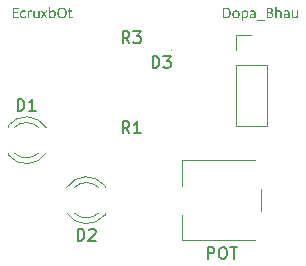
<source format=gbr>
%TF.GenerationSoftware,KiCad,Pcbnew,7.0.7*%
%TF.CreationDate,2023-08-26T23:34:29+05:30*%
%TF.ProjectId,ir_project,69725f70-726f-46a6-9563-742e6b696361,rev?*%
%TF.SameCoordinates,Original*%
%TF.FileFunction,Legend,Top*%
%TF.FilePolarity,Positive*%
%FSLAX46Y46*%
G04 Gerber Fmt 4.6, Leading zero omitted, Abs format (unit mm)*
G04 Created by KiCad (PCBNEW 7.0.7) date 2023-08-26 23:34:29*
%MOMM*%
%LPD*%
G01*
G04 APERTURE LIST*
%ADD10C,0.150000*%
%ADD11C,0.120000*%
%ADD12C,0.100000*%
G04 APERTURE END LIST*
D10*
G36*
X162937704Y-72599119D02*
G01*
X162951696Y-72599471D01*
X162965410Y-72600058D01*
X162978845Y-72600879D01*
X162992002Y-72601935D01*
X163004880Y-72603226D01*
X163017480Y-72604752D01*
X163029801Y-72606512D01*
X163041843Y-72608507D01*
X163053607Y-72610737D01*
X163065092Y-72613201D01*
X163076298Y-72615900D01*
X163087226Y-72618834D01*
X163097876Y-72622002D01*
X163108246Y-72625406D01*
X163118339Y-72629043D01*
X163128220Y-72632871D01*
X163137897Y-72636905D01*
X163147370Y-72641145D01*
X163156639Y-72645591D01*
X163165704Y-72650243D01*
X163174564Y-72655101D01*
X163183220Y-72660165D01*
X163191673Y-72665436D01*
X163199921Y-72670912D01*
X163207964Y-72676594D01*
X163215804Y-72682483D01*
X163227181Y-72691702D01*
X163238098Y-72701385D01*
X163248556Y-72711532D01*
X163251939Y-72715017D01*
X163261831Y-72725758D01*
X163271262Y-72736916D01*
X163280235Y-72748490D01*
X163285961Y-72756437D01*
X163291483Y-72764570D01*
X163296801Y-72772887D01*
X163301915Y-72781390D01*
X163306825Y-72790078D01*
X163311530Y-72798951D01*
X163316032Y-72808009D01*
X163320329Y-72817252D01*
X163324422Y-72826680D01*
X163328310Y-72836293D01*
X163331995Y-72846092D01*
X163333761Y-72851060D01*
X163337133Y-72861124D01*
X163340287Y-72871348D01*
X163343223Y-72881732D01*
X163345942Y-72892276D01*
X163348444Y-72902981D01*
X163350728Y-72913846D01*
X163352795Y-72924871D01*
X163354644Y-72936057D01*
X163356275Y-72947403D01*
X163357689Y-72958909D01*
X163358885Y-72970575D01*
X163359864Y-72982402D01*
X163360626Y-72994389D01*
X163361169Y-73006536D01*
X163361496Y-73018844D01*
X163361605Y-73031311D01*
X163361489Y-73045668D01*
X163361143Y-73059796D01*
X163360566Y-73073695D01*
X163359757Y-73087365D01*
X163358718Y-73100806D01*
X163357449Y-73114018D01*
X163355948Y-73127001D01*
X163354216Y-73139755D01*
X163352254Y-73152280D01*
X163350060Y-73164576D01*
X163347636Y-73176644D01*
X163344981Y-73188482D01*
X163342095Y-73200091D01*
X163338978Y-73211471D01*
X163335630Y-73222622D01*
X163332051Y-73233545D01*
X163328251Y-73244237D01*
X163324239Y-73254698D01*
X163320016Y-73264929D01*
X163315580Y-73274928D01*
X163310933Y-73284697D01*
X163306074Y-73294235D01*
X163301003Y-73303542D01*
X163295720Y-73312618D01*
X163290226Y-73321463D01*
X163284519Y-73330078D01*
X163278601Y-73338461D01*
X163272471Y-73346614D01*
X163266129Y-73354535D01*
X163259576Y-73362226D01*
X163252811Y-73369686D01*
X163245833Y-73376915D01*
X163238649Y-73383887D01*
X163231263Y-73390638D01*
X163223674Y-73397168D01*
X163215883Y-73403476D01*
X163207890Y-73409563D01*
X163199694Y-73415429D01*
X163191297Y-73421073D01*
X163182697Y-73426496D01*
X163173894Y-73431698D01*
X163164890Y-73436678D01*
X163155683Y-73441437D01*
X163146274Y-73445975D01*
X163136663Y-73450291D01*
X163126849Y-73454386D01*
X163116833Y-73458259D01*
X163106615Y-73461912D01*
X163096202Y-73465313D01*
X163085541Y-73468495D01*
X163074633Y-73471457D01*
X163063476Y-73474200D01*
X163052071Y-73476724D01*
X163040418Y-73479028D01*
X163028516Y-73481112D01*
X163016367Y-73482978D01*
X163003970Y-73484623D01*
X162991325Y-73486050D01*
X162978431Y-73487257D01*
X162965290Y-73488244D01*
X162951901Y-73489012D01*
X162938263Y-73489561D01*
X162924377Y-73489890D01*
X162910244Y-73490000D01*
X162722177Y-73490000D01*
X162712421Y-73488974D01*
X162703000Y-73485897D01*
X162693912Y-73480769D01*
X162692135Y-73479497D01*
X162685405Y-73472177D01*
X162680878Y-73462307D01*
X162678702Y-73451392D01*
X162678213Y-73441884D01*
X162678213Y-72696699D01*
X162796427Y-72696699D01*
X162796427Y-73388394D01*
X162917815Y-73388394D01*
X162928365Y-73388311D01*
X162938706Y-73388062D01*
X162948836Y-73387647D01*
X162958756Y-73387066D01*
X162973244Y-73385884D01*
X162987258Y-73384327D01*
X163000801Y-73382397D01*
X163013871Y-73380094D01*
X163026469Y-73377417D01*
X163038595Y-73374367D01*
X163050249Y-73370943D01*
X163061430Y-73367145D01*
X163072206Y-73362961D01*
X163082642Y-73358378D01*
X163092739Y-73353396D01*
X163102497Y-73348014D01*
X163111916Y-73342233D01*
X163120996Y-73336053D01*
X163129736Y-73329474D01*
X163138138Y-73322495D01*
X163146200Y-73315117D01*
X163153923Y-73307339D01*
X163158883Y-73301933D01*
X163166082Y-73293494D01*
X163172934Y-73284665D01*
X163179437Y-73275445D01*
X163185593Y-73265834D01*
X163191401Y-73255833D01*
X163196862Y-73245441D01*
X163201974Y-73234658D01*
X163206739Y-73223485D01*
X163211156Y-73211921D01*
X163215226Y-73199966D01*
X163217745Y-73191779D01*
X163221237Y-73179110D01*
X163224386Y-73166016D01*
X163227191Y-73152497D01*
X163229652Y-73138553D01*
X163231770Y-73124184D01*
X163232992Y-73114369D01*
X163234060Y-73104364D01*
X163234976Y-73094171D01*
X163235739Y-73083789D01*
X163236350Y-73073217D01*
X163236808Y-73062457D01*
X163237113Y-73051508D01*
X163237266Y-73040371D01*
X163237285Y-73034731D01*
X163237128Y-73021266D01*
X163236658Y-73007981D01*
X163235875Y-72994876D01*
X163234778Y-72981951D01*
X163233367Y-72969207D01*
X163231643Y-72956644D01*
X163229606Y-72944260D01*
X163227256Y-72932057D01*
X163224592Y-72920034D01*
X163221614Y-72908192D01*
X163219455Y-72900397D01*
X163215934Y-72888870D01*
X163212056Y-72877643D01*
X163207822Y-72866716D01*
X163203232Y-72856090D01*
X163198285Y-72845765D01*
X163192983Y-72835740D01*
X163187323Y-72826015D01*
X163181308Y-72816591D01*
X163174935Y-72807468D01*
X163168207Y-72798645D01*
X163163524Y-72792930D01*
X163156201Y-72784588D01*
X163148523Y-72776599D01*
X163140488Y-72768961D01*
X163132096Y-72761675D01*
X163123349Y-72754741D01*
X163114245Y-72748160D01*
X163104784Y-72741930D01*
X163094968Y-72736052D01*
X163084795Y-72730527D01*
X163074265Y-72725353D01*
X163067048Y-72722100D01*
X163055806Y-72717561D01*
X163043972Y-72713468D01*
X163031546Y-72709821D01*
X163018527Y-72706621D01*
X163004916Y-72703868D01*
X162990712Y-72701561D01*
X162980914Y-72700271D01*
X162970852Y-72699179D01*
X162960527Y-72698286D01*
X162949939Y-72697592D01*
X162939087Y-72697096D01*
X162927972Y-72696798D01*
X162916594Y-72696699D01*
X162796427Y-72696699D01*
X162678213Y-72696699D01*
X162678213Y-72647117D01*
X162678879Y-72636146D01*
X162681272Y-72625526D01*
X162686044Y-72616022D01*
X162692135Y-72609748D01*
X162701156Y-72604081D01*
X162710510Y-72600513D01*
X162720199Y-72599044D01*
X162722177Y-72599002D01*
X162923433Y-72599002D01*
X162937704Y-72599119D01*
G37*
G36*
X163811939Y-72818045D02*
G01*
X163825712Y-72818650D01*
X163839141Y-72819659D01*
X163852227Y-72821072D01*
X163864970Y-72822888D01*
X163877369Y-72825108D01*
X163889425Y-72827731D01*
X163901137Y-72830758D01*
X163912506Y-72834188D01*
X163923531Y-72838022D01*
X163930690Y-72840802D01*
X163941150Y-72845291D01*
X163951278Y-72850150D01*
X163961076Y-72855378D01*
X163970544Y-72860975D01*
X163979681Y-72866941D01*
X163988487Y-72873277D01*
X163996963Y-72879982D01*
X164005108Y-72887056D01*
X164012923Y-72894499D01*
X164020407Y-72902311D01*
X164025212Y-72907725D01*
X164032143Y-72916087D01*
X164038739Y-72924781D01*
X164045000Y-72933804D01*
X164050927Y-72943159D01*
X164056518Y-72952844D01*
X164061774Y-72962860D01*
X164066696Y-72973206D01*
X164071283Y-72983883D01*
X164075534Y-72994890D01*
X164079451Y-73006228D01*
X164081877Y-73013970D01*
X164085238Y-73025836D01*
X164088268Y-73037984D01*
X164090968Y-73050416D01*
X164093337Y-73063132D01*
X164095376Y-73076130D01*
X164097084Y-73089413D01*
X164098461Y-73102978D01*
X164099508Y-73116827D01*
X164100224Y-73130959D01*
X164100610Y-73145375D01*
X164100683Y-73155143D01*
X164100507Y-73169371D01*
X164099979Y-73183390D01*
X164099099Y-73197198D01*
X164097867Y-73210796D01*
X164096283Y-73224183D01*
X164094346Y-73237360D01*
X164092058Y-73250326D01*
X164089418Y-73263083D01*
X164086425Y-73275628D01*
X164083081Y-73287964D01*
X164080655Y-73296071D01*
X164076772Y-73307960D01*
X164072541Y-73319541D01*
X164067962Y-73330812D01*
X164063036Y-73341775D01*
X164057761Y-73352428D01*
X164052139Y-73362772D01*
X164046169Y-73372807D01*
X164039852Y-73382533D01*
X164033186Y-73391949D01*
X164026173Y-73401057D01*
X164021304Y-73406957D01*
X164013753Y-73415480D01*
X164005846Y-73423647D01*
X163997582Y-73431457D01*
X163988961Y-73438911D01*
X163979985Y-73446008D01*
X163970652Y-73452750D01*
X163960962Y-73459135D01*
X163950917Y-73465163D01*
X163940515Y-73470835D01*
X163929756Y-73476151D01*
X163922386Y-73479497D01*
X163911092Y-73484167D01*
X163899468Y-73488379D01*
X163887514Y-73492130D01*
X163875228Y-73495422D01*
X163862612Y-73498255D01*
X163849666Y-73500629D01*
X163836389Y-73502543D01*
X163822781Y-73503998D01*
X163808843Y-73504993D01*
X163794574Y-73505529D01*
X163784877Y-73505631D01*
X163770717Y-73505429D01*
X163756905Y-73504824D01*
X163743440Y-73503815D01*
X163730323Y-73502402D01*
X163717554Y-73500586D01*
X163705133Y-73498367D01*
X163693059Y-73495744D01*
X163681334Y-73492717D01*
X163669956Y-73489286D01*
X163658925Y-73485452D01*
X163651765Y-73482672D01*
X163641306Y-73478185D01*
X163631177Y-73473333D01*
X163621379Y-73468116D01*
X163611911Y-73462534D01*
X163602775Y-73456587D01*
X163593968Y-73450275D01*
X163585492Y-73443598D01*
X163577347Y-73436556D01*
X163569533Y-73429149D01*
X163562049Y-73421378D01*
X163557243Y-73415994D01*
X163550358Y-73407588D01*
X163543808Y-73398855D01*
X163537592Y-73389796D01*
X163531712Y-73380411D01*
X163526166Y-73370699D01*
X163520956Y-73360661D01*
X163516080Y-73350297D01*
X163511539Y-73339607D01*
X163507333Y-73328590D01*
X163503462Y-73317247D01*
X163501067Y-73309504D01*
X163497750Y-73297632D01*
X163494759Y-73285464D01*
X163492094Y-73273000D01*
X163489756Y-73260239D01*
X163487744Y-73247183D01*
X163486058Y-73233830D01*
X163484698Y-73220181D01*
X163483665Y-73206235D01*
X163482958Y-73191993D01*
X163482577Y-73177455D01*
X163482505Y-73167599D01*
X163482593Y-73160272D01*
X163601451Y-73160272D01*
X163601596Y-73172995D01*
X163602031Y-73185520D01*
X163602756Y-73197847D01*
X163603771Y-73209975D01*
X163605076Y-73221905D01*
X163606672Y-73233636D01*
X163608557Y-73245169D01*
X163610732Y-73256503D01*
X163613243Y-73267563D01*
X163616136Y-73278271D01*
X163619410Y-73288629D01*
X163623066Y-73298635D01*
X163627104Y-73308290D01*
X163631523Y-73317595D01*
X163636324Y-73326548D01*
X163641507Y-73335150D01*
X163647170Y-73343301D01*
X163653292Y-73351025D01*
X163659871Y-73358322D01*
X163666908Y-73365191D01*
X163674403Y-73371633D01*
X163682356Y-73377648D01*
X163690768Y-73383235D01*
X163699637Y-73388394D01*
X163709013Y-73392974D01*
X163718947Y-73396943D01*
X163729438Y-73400301D01*
X163740486Y-73403049D01*
X163752092Y-73405186D01*
X163764254Y-73406713D01*
X163776974Y-73407629D01*
X163786879Y-73407915D01*
X163790251Y-73407934D01*
X163802440Y-73407655D01*
X163814217Y-73406820D01*
X163825582Y-73405427D01*
X163836535Y-73403476D01*
X163847075Y-73400969D01*
X163857204Y-73397905D01*
X163866920Y-73394283D01*
X163876224Y-73390104D01*
X163885116Y-73385361D01*
X163893596Y-73380167D01*
X163901664Y-73374522D01*
X163909319Y-73368428D01*
X163918309Y-73360176D01*
X163925037Y-73353068D01*
X163931353Y-73345510D01*
X163935819Y-73339546D01*
X163941487Y-73331230D01*
X163946765Y-73322525D01*
X163951653Y-73313431D01*
X163956153Y-73303948D01*
X163960263Y-73294075D01*
X163963984Y-73283813D01*
X163967315Y-73273161D01*
X163970258Y-73262121D01*
X163972834Y-73250745D01*
X163975066Y-73239086D01*
X163976955Y-73227145D01*
X163978501Y-73214921D01*
X163979703Y-73202415D01*
X163980562Y-73189627D01*
X163980980Y-73179850D01*
X163981206Y-73169914D01*
X163981249Y-73163203D01*
X163981104Y-73150651D01*
X163980669Y-73138275D01*
X163979943Y-73126074D01*
X163978928Y-73114049D01*
X163977623Y-73102199D01*
X163976028Y-73090525D01*
X163974143Y-73079027D01*
X163971967Y-73067704D01*
X163969460Y-73056640D01*
X163966579Y-73045920D01*
X163963323Y-73035544D01*
X163959694Y-73025511D01*
X163955691Y-73015821D01*
X163951314Y-73006475D01*
X163946562Y-72997472D01*
X163941437Y-72988813D01*
X163935888Y-72980551D01*
X163929866Y-72972739D01*
X163923371Y-72965377D01*
X163916402Y-72958466D01*
X163908960Y-72952005D01*
X163901045Y-72945994D01*
X163892657Y-72940434D01*
X163883796Y-72935324D01*
X163874415Y-72930687D01*
X163864470Y-72926669D01*
X163853960Y-72923268D01*
X163842885Y-72920486D01*
X163831245Y-72918322D01*
X163819041Y-72916777D01*
X163806272Y-72915849D01*
X163796324Y-72915560D01*
X163792937Y-72915540D01*
X163780637Y-72915823D01*
X163768773Y-72916670D01*
X163757343Y-72918082D01*
X163746348Y-72920059D01*
X163735788Y-72922600D01*
X163725664Y-72925707D01*
X163715974Y-72929378D01*
X163706720Y-72933614D01*
X163697938Y-72938308D01*
X163689546Y-72943476D01*
X163681544Y-72949116D01*
X163672088Y-72956832D01*
X163664961Y-72963537D01*
X163658223Y-72970716D01*
X163651875Y-72978368D01*
X163647369Y-72984417D01*
X163641751Y-72992790D01*
X163636500Y-73001544D01*
X163631615Y-73010681D01*
X163627096Y-73020198D01*
X163622944Y-73030098D01*
X163619159Y-73040379D01*
X163615739Y-73051042D01*
X163612686Y-73062086D01*
X163610053Y-73073451D01*
X163607771Y-73085075D01*
X163605840Y-73096959D01*
X163604260Y-73109103D01*
X163603031Y-73121506D01*
X163602153Y-73134168D01*
X163601627Y-73147090D01*
X163601462Y-73156952D01*
X163601451Y-73160272D01*
X163482593Y-73160272D01*
X163482676Y-73153372D01*
X163483192Y-73139360D01*
X163484050Y-73125563D01*
X163485252Y-73111980D01*
X163486798Y-73098612D01*
X163488687Y-73085459D01*
X163490920Y-73072520D01*
X163493496Y-73059796D01*
X163496415Y-73047287D01*
X163499678Y-73034992D01*
X163502044Y-73026915D01*
X163505884Y-73014984D01*
X163510076Y-73003370D01*
X163514619Y-72992075D01*
X163519515Y-72981097D01*
X163524763Y-72970436D01*
X163530363Y-72960094D01*
X163536315Y-72950069D01*
X163542619Y-72940362D01*
X163549275Y-72930972D01*
X163556283Y-72921900D01*
X163561151Y-72916029D01*
X163568742Y-72907466D01*
X163576676Y-72899273D01*
X163584953Y-72891449D01*
X163593574Y-72883995D01*
X163602539Y-72876909D01*
X163611847Y-72870193D01*
X163621498Y-72863846D01*
X163631493Y-72857868D01*
X163641831Y-72852260D01*
X163652513Y-72847021D01*
X163659825Y-72843733D01*
X163671081Y-72839106D01*
X163682686Y-72834934D01*
X163694638Y-72831218D01*
X163706937Y-72827956D01*
X163719585Y-72825150D01*
X163732580Y-72822799D01*
X163745923Y-72820902D01*
X163759614Y-72819461D01*
X163773652Y-72818475D01*
X163788038Y-72817944D01*
X163797822Y-72817843D01*
X163811939Y-72818045D01*
G37*
G36*
X164595282Y-72818075D02*
G01*
X164607394Y-72818771D01*
X164619153Y-72819930D01*
X164630561Y-72821553D01*
X164641616Y-72823639D01*
X164652319Y-72826189D01*
X164662670Y-72829203D01*
X164672670Y-72832681D01*
X164682317Y-72836622D01*
X164691612Y-72841027D01*
X164697613Y-72844221D01*
X164706343Y-72849339D01*
X164714763Y-72854800D01*
X164722875Y-72860605D01*
X164730677Y-72866753D01*
X164738171Y-72873244D01*
X164745355Y-72880079D01*
X164752230Y-72887258D01*
X164758796Y-72894780D01*
X164765053Y-72902645D01*
X164771000Y-72910854D01*
X164774794Y-72916517D01*
X164780283Y-72925260D01*
X164785484Y-72934269D01*
X164790398Y-72943544D01*
X164795024Y-72953085D01*
X164799362Y-72962892D01*
X164803413Y-72972966D01*
X164807176Y-72983306D01*
X164810652Y-72993912D01*
X164813839Y-73004784D01*
X164816739Y-73015922D01*
X164818513Y-73023496D01*
X164820957Y-73034963D01*
X164823161Y-73046559D01*
X164825125Y-73058285D01*
X164826848Y-73070138D01*
X164828331Y-73082121D01*
X164829573Y-73094233D01*
X164830575Y-73106473D01*
X164831336Y-73118842D01*
X164831857Y-73131340D01*
X164832137Y-73143967D01*
X164832191Y-73152456D01*
X164832122Y-73162649D01*
X164831916Y-73172713D01*
X164831572Y-73182647D01*
X164831092Y-73192451D01*
X164830113Y-73206913D01*
X164828825Y-73221084D01*
X164827228Y-73234963D01*
X164825321Y-73248550D01*
X164823106Y-73261845D01*
X164820582Y-73274848D01*
X164817748Y-73287559D01*
X164814605Y-73299979D01*
X164811206Y-73312034D01*
X164807510Y-73323746D01*
X164803518Y-73335115D01*
X164799229Y-73346140D01*
X164794645Y-73356822D01*
X164789764Y-73367161D01*
X164784587Y-73377155D01*
X164779114Y-73386807D01*
X164773344Y-73396115D01*
X164767278Y-73405079D01*
X164763070Y-73410865D01*
X164756563Y-73419200D01*
X164749772Y-73427171D01*
X164742698Y-73434777D01*
X164735341Y-73442017D01*
X164727700Y-73448893D01*
X164719776Y-73455404D01*
X164711569Y-73461550D01*
X164703078Y-73467331D01*
X164694304Y-73472747D01*
X164685246Y-73477798D01*
X164679050Y-73480963D01*
X164669534Y-73485371D01*
X164659759Y-73489346D01*
X164649727Y-73492887D01*
X164639437Y-73495995D01*
X164628890Y-73498669D01*
X164618085Y-73500909D01*
X164607023Y-73502716D01*
X164595703Y-73504089D01*
X164584125Y-73505029D01*
X164572290Y-73505535D01*
X164564256Y-73505631D01*
X164554135Y-73505434D01*
X164544289Y-73504841D01*
X164533150Y-73503651D01*
X164522384Y-73501923D01*
X164513454Y-73500013D01*
X164503254Y-73497264D01*
X164493171Y-73493929D01*
X164483205Y-73490011D01*
X164473356Y-73485508D01*
X164467780Y-73482672D01*
X164458068Y-73477239D01*
X164448379Y-73471199D01*
X164440093Y-73465537D01*
X164431824Y-73459429D01*
X164423572Y-73452875D01*
X164415226Y-73445874D01*
X164406674Y-73438426D01*
X164399390Y-73431879D01*
X164391962Y-73425021D01*
X164384391Y-73417854D01*
X164376678Y-73410376D01*
X164376678Y-73718122D01*
X164373991Y-73727648D01*
X164366113Y-73733970D01*
X164364954Y-73734487D01*
X164355413Y-73737482D01*
X164347857Y-73738639D01*
X164337919Y-73739588D01*
X164327936Y-73740013D01*
X164319769Y-73740104D01*
X164309937Y-73739961D01*
X164299588Y-73739412D01*
X164292170Y-73738639D01*
X164282278Y-73736990D01*
X164274584Y-73734487D01*
X164266463Y-73728663D01*
X164265792Y-73727648D01*
X164263349Y-73718122D01*
X164263349Y-73288011D01*
X164376678Y-73288011D01*
X164385425Y-73298672D01*
X164394083Y-73308856D01*
X164402650Y-73318564D01*
X164411127Y-73327796D01*
X164419515Y-73336550D01*
X164427811Y-73344829D01*
X164436018Y-73352630D01*
X164444135Y-73359955D01*
X164452161Y-73366804D01*
X164460097Y-73373176D01*
X164465338Y-73377159D01*
X164475901Y-73384372D01*
X164486587Y-73390623D01*
X164497395Y-73395913D01*
X164508325Y-73400240D01*
X164519377Y-73403606D01*
X164530551Y-73406010D01*
X164541847Y-73407453D01*
X164553265Y-73407934D01*
X164563760Y-73407606D01*
X164573873Y-73406621D01*
X164583605Y-73404980D01*
X164595233Y-73402006D01*
X164606264Y-73398006D01*
X164616699Y-73392980D01*
X164626538Y-73386929D01*
X164635793Y-73380025D01*
X164644475Y-73372441D01*
X164652584Y-73364178D01*
X164660122Y-73355235D01*
X164667086Y-73345612D01*
X164673479Y-73335309D01*
X164675875Y-73330997D01*
X164680478Y-73322136D01*
X164684760Y-73313015D01*
X164688721Y-73303635D01*
X164692362Y-73293995D01*
X164695682Y-73284095D01*
X164698681Y-73273936D01*
X164701360Y-73263518D01*
X164703719Y-73252840D01*
X164705837Y-73242021D01*
X164707673Y-73231178D01*
X164709226Y-73220313D01*
X164710497Y-73209426D01*
X164711485Y-73198515D01*
X164712191Y-73187581D01*
X164712615Y-73176624D01*
X164712756Y-73165645D01*
X164712641Y-73153608D01*
X164712298Y-73141679D01*
X164711726Y-73129856D01*
X164710924Y-73118140D01*
X164709894Y-73106531D01*
X164708634Y-73095028D01*
X164707146Y-73083633D01*
X164705429Y-73072344D01*
X164703494Y-73061266D01*
X164701231Y-73050500D01*
X164698639Y-73040047D01*
X164695720Y-73029907D01*
X164692472Y-73020080D01*
X164688896Y-73010566D01*
X164684992Y-73001365D01*
X164680760Y-72992477D01*
X164674972Y-72981902D01*
X164668600Y-72972007D01*
X164661644Y-72962792D01*
X164654103Y-72954257D01*
X164645978Y-72946401D01*
X164637269Y-72939225D01*
X164633621Y-72936545D01*
X164624034Y-72930494D01*
X164613743Y-72925468D01*
X164602749Y-72921468D01*
X164591051Y-72918494D01*
X164581185Y-72916853D01*
X164570870Y-72915869D01*
X164560104Y-72915540D01*
X164549159Y-72915968D01*
X164538306Y-72917250D01*
X164527544Y-72919387D01*
X164516873Y-72922379D01*
X164507542Y-72925638D01*
X164498140Y-72929645D01*
X164488668Y-72934400D01*
X164479126Y-72939904D01*
X164473642Y-72943384D01*
X164465322Y-72949023D01*
X164456847Y-72955314D01*
X164448217Y-72962257D01*
X164439433Y-72969854D01*
X164431995Y-72976683D01*
X164427480Y-72980997D01*
X164419929Y-72988593D01*
X164412234Y-72996725D01*
X164404396Y-73005394D01*
X164396416Y-73014600D01*
X164389928Y-73022351D01*
X164383349Y-73030445D01*
X164376678Y-73038883D01*
X164376678Y-73288011D01*
X164263349Y-73288011D01*
X164263349Y-72854724D01*
X164265303Y-72844954D01*
X164272859Y-72838700D01*
X164273607Y-72838360D01*
X164283310Y-72835354D01*
X164289483Y-72834452D01*
X164299501Y-72833750D01*
X164309572Y-72833490D01*
X164312930Y-72833475D01*
X164323017Y-72833612D01*
X164332961Y-72834120D01*
X164336622Y-72834452D01*
X164346524Y-72836215D01*
X164352009Y-72838115D01*
X164360068Y-72843787D01*
X164360558Y-72844466D01*
X164363000Y-72853747D01*
X164363000Y-72933370D01*
X164369992Y-72926165D01*
X164376922Y-72919204D01*
X164385499Y-72910846D01*
X164393981Y-72902870D01*
X164402367Y-72895276D01*
X164410658Y-72888063D01*
X164417222Y-72882568D01*
X164425395Y-72876030D01*
X164433580Y-72869850D01*
X164441776Y-72864028D01*
X164449985Y-72858563D01*
X164459851Y-72852478D01*
X164469734Y-72846908D01*
X164479761Y-72841753D01*
X164489873Y-72837096D01*
X164500071Y-72832938D01*
X164510355Y-72829277D01*
X164520725Y-72826114D01*
X164524200Y-72825170D01*
X164534745Y-72822680D01*
X164545495Y-72820705D01*
X164556452Y-72819246D01*
X164567615Y-72818301D01*
X164578983Y-72817872D01*
X164582819Y-72817843D01*
X164595282Y-72818075D01*
G37*
G36*
X165233351Y-72817976D02*
G01*
X165245326Y-72818376D01*
X165256948Y-72819041D01*
X165268218Y-72819973D01*
X165279136Y-72821171D01*
X165289701Y-72822635D01*
X165299915Y-72824365D01*
X165309777Y-72826361D01*
X165319287Y-72828624D01*
X165331419Y-72832055D01*
X165334354Y-72832986D01*
X165345738Y-72836993D01*
X165356565Y-72841443D01*
X165366834Y-72846336D01*
X165376547Y-72851671D01*
X165385702Y-72857449D01*
X165394300Y-72863669D01*
X165402341Y-72870332D01*
X165409825Y-72877438D01*
X165416782Y-72884987D01*
X165423243Y-72892978D01*
X165429208Y-72901412D01*
X165434677Y-72910289D01*
X165439649Y-72919608D01*
X165444126Y-72929371D01*
X165448106Y-72939575D01*
X165451591Y-72950223D01*
X165454682Y-72961260D01*
X165457361Y-72972754D01*
X165459628Y-72984707D01*
X165461482Y-72997117D01*
X165462925Y-73009986D01*
X165463736Y-73019938D01*
X165464316Y-73030147D01*
X165464664Y-73040615D01*
X165464780Y-73051339D01*
X165464780Y-73469239D01*
X165462124Y-73478695D01*
X165459162Y-73481695D01*
X165450216Y-73486303D01*
X165444019Y-73488046D01*
X165434001Y-73489381D01*
X165423769Y-73489906D01*
X165416175Y-73490000D01*
X165405595Y-73489809D01*
X165395609Y-73489158D01*
X165387355Y-73488046D01*
X165377781Y-73485159D01*
X165371967Y-73481695D01*
X165367549Y-73472673D01*
X165367327Y-73469239D01*
X165367327Y-73407445D01*
X165359643Y-73415455D01*
X165351796Y-73423182D01*
X165343786Y-73430625D01*
X165335613Y-73437785D01*
X165327277Y-73444661D01*
X165318778Y-73451255D01*
X165310115Y-73457564D01*
X165301290Y-73463591D01*
X165292301Y-73469334D01*
X165283149Y-73474793D01*
X165276957Y-73478276D01*
X165267563Y-73483165D01*
X165258066Y-73487572D01*
X165248466Y-73491499D01*
X165238763Y-73494945D01*
X165228957Y-73497911D01*
X165219048Y-73500395D01*
X165209036Y-73502399D01*
X165198921Y-73503921D01*
X165188703Y-73504963D01*
X165178382Y-73505524D01*
X165171444Y-73505631D01*
X165159434Y-73505429D01*
X165147707Y-73504822D01*
X165136262Y-73503811D01*
X165125099Y-73502395D01*
X165114219Y-73500574D01*
X165103621Y-73498350D01*
X165093305Y-73495720D01*
X165083272Y-73492686D01*
X165073564Y-73489267D01*
X165064221Y-73485481D01*
X165055245Y-73481329D01*
X165044541Y-73475624D01*
X165034409Y-73469346D01*
X165024849Y-73462495D01*
X165015861Y-73455073D01*
X165007464Y-73447096D01*
X164999675Y-73438582D01*
X164992495Y-73429531D01*
X164985922Y-73419944D01*
X164979958Y-73409820D01*
X164974602Y-73399159D01*
X164972630Y-73394745D01*
X164969024Y-73385616D01*
X164965898Y-73376182D01*
X164963254Y-73366443D01*
X164961090Y-73356399D01*
X164959407Y-73346049D01*
X164958205Y-73335394D01*
X164957483Y-73324433D01*
X164957243Y-73313168D01*
X164957285Y-73310969D01*
X165073258Y-73310969D01*
X165073735Y-73322636D01*
X165075167Y-73333699D01*
X165077552Y-73344160D01*
X165080891Y-73354017D01*
X165085184Y-73363272D01*
X165090432Y-73371923D01*
X165096633Y-73379972D01*
X165103789Y-73387418D01*
X165111803Y-73394058D01*
X165120580Y-73399813D01*
X165130121Y-73404682D01*
X165140425Y-73408667D01*
X165151492Y-73411765D01*
X165163323Y-73413979D01*
X165175917Y-73415307D01*
X165185863Y-73415722D01*
X165189274Y-73415750D01*
X165200345Y-73415399D01*
X165211210Y-73414345D01*
X165221869Y-73412590D01*
X165232322Y-73410132D01*
X165242568Y-73406972D01*
X165252609Y-73403110D01*
X165262444Y-73398546D01*
X165272072Y-73393279D01*
X165281659Y-73387227D01*
X165291367Y-73380426D01*
X165301198Y-73372877D01*
X165311151Y-73364581D01*
X165318696Y-73357867D01*
X165326309Y-73350733D01*
X165333991Y-73343179D01*
X165341742Y-73335203D01*
X165349562Y-73326807D01*
X165352184Y-73323914D01*
X165352184Y-73193000D01*
X165255219Y-73193000D01*
X165243748Y-73193126D01*
X165232657Y-73193504D01*
X165221949Y-73194134D01*
X165211622Y-73195015D01*
X165201677Y-73196149D01*
X165189782Y-73197920D01*
X165178483Y-73200084D01*
X165174131Y-73201060D01*
X165163725Y-73203687D01*
X165153880Y-73206684D01*
X165144596Y-73210051D01*
X165134195Y-73214579D01*
X165124601Y-73219640D01*
X165117222Y-73224263D01*
X165109125Y-73230257D01*
X165100742Y-73237814D01*
X165093504Y-73245978D01*
X165087411Y-73254750D01*
X165083761Y-73261388D01*
X165079669Y-73271107D01*
X165076581Y-73281457D01*
X165074499Y-73292438D01*
X165073515Y-73302353D01*
X165073258Y-73310969D01*
X164957285Y-73310969D01*
X164957430Y-73303263D01*
X164958260Y-73290444D01*
X164959754Y-73278068D01*
X164961912Y-73266134D01*
X164964734Y-73254643D01*
X164968220Y-73243595D01*
X164972371Y-73232990D01*
X164977185Y-73222827D01*
X164978492Y-73220355D01*
X164984094Y-73210735D01*
X164990277Y-73201533D01*
X164997039Y-73192752D01*
X165004382Y-73184391D01*
X165012305Y-73176449D01*
X165020807Y-73168927D01*
X165029890Y-73161825D01*
X165039553Y-73155143D01*
X165049784Y-73148815D01*
X165060573Y-73142900D01*
X165071919Y-73137397D01*
X165083822Y-73132306D01*
X165093115Y-73128758D01*
X165102721Y-73125442D01*
X165112641Y-73122358D01*
X165122874Y-73119506D01*
X165133421Y-73116886D01*
X165137006Y-73116064D01*
X165147984Y-73113750D01*
X165159211Y-73111664D01*
X165170687Y-73109806D01*
X165182412Y-73108175D01*
X165194386Y-73106772D01*
X165206609Y-73105597D01*
X165219081Y-73104648D01*
X165231803Y-73103928D01*
X165244773Y-73103435D01*
X165257992Y-73103169D01*
X165266943Y-73103119D01*
X165352184Y-73103119D01*
X165352184Y-73055491D01*
X165351999Y-73044697D01*
X165351444Y-73034297D01*
X165350520Y-73024290D01*
X165348923Y-73012801D01*
X165346793Y-73001879D01*
X165344612Y-72993210D01*
X165341447Y-72983286D01*
X165337628Y-72974033D01*
X165332349Y-72964083D01*
X165326181Y-72955046D01*
X165320188Y-72948025D01*
X165312336Y-72940550D01*
X165303525Y-72933940D01*
X165293756Y-72928194D01*
X165284620Y-72923958D01*
X165276468Y-72920914D01*
X165266047Y-72917759D01*
X165254750Y-72915258D01*
X165244667Y-72913672D01*
X165233975Y-72912539D01*
X165222675Y-72911859D01*
X165210767Y-72911632D01*
X165200398Y-72911785D01*
X165190297Y-72912243D01*
X165180462Y-72913006D01*
X165168544Y-72914390D01*
X165157044Y-72916250D01*
X165145961Y-72918588D01*
X165135296Y-72921402D01*
X165125113Y-72924503D01*
X165115323Y-72927699D01*
X165105926Y-72930991D01*
X165095170Y-72935066D01*
X165084980Y-72939280D01*
X165076922Y-72942896D01*
X165067863Y-72947223D01*
X165058011Y-72952099D01*
X165048930Y-72956787D01*
X165039496Y-72961916D01*
X165035157Y-72964389D01*
X165026353Y-72969112D01*
X165016719Y-72973004D01*
X165010000Y-72974159D01*
X165000474Y-72971472D01*
X164993751Y-72963953D01*
X164993147Y-72962923D01*
X164989809Y-72953698D01*
X164988750Y-72948513D01*
X164987797Y-72938498D01*
X164987529Y-72928974D01*
X164987744Y-72918698D01*
X164988568Y-72908257D01*
X164989727Y-72901130D01*
X164993520Y-72891781D01*
X164999771Y-72883540D01*
X165001451Y-72881835D01*
X165009419Y-72875194D01*
X165018300Y-72869375D01*
X165027978Y-72863910D01*
X165033447Y-72861074D01*
X165043712Y-72856145D01*
X165053031Y-72852070D01*
X165062831Y-72848131D01*
X165073112Y-72844330D01*
X165083874Y-72840667D01*
X165085715Y-72840069D01*
X165095081Y-72837106D01*
X165104710Y-72834321D01*
X165114602Y-72831715D01*
X165124755Y-72829288D01*
X165135172Y-72827040D01*
X165145850Y-72824971D01*
X165150195Y-72824193D01*
X165161198Y-72822364D01*
X165172224Y-72820845D01*
X165183275Y-72819635D01*
X165194349Y-72818736D01*
X165205448Y-72818147D01*
X165216570Y-72817868D01*
X165221025Y-72817843D01*
X165233351Y-72817976D01*
G37*
G36*
X166267606Y-73692965D02*
G01*
X166267337Y-73703115D01*
X166266372Y-73713140D01*
X166264177Y-73723311D01*
X166261988Y-73728869D01*
X166255555Y-73736933D01*
X166245618Y-73740093D01*
X166244891Y-73740104D01*
X165583482Y-73740104D01*
X165573671Y-73737743D01*
X165566223Y-73730659D01*
X165565408Y-73729357D01*
X165561687Y-73719489D01*
X165560023Y-73709472D01*
X165559355Y-73698687D01*
X165559302Y-73694187D01*
X165559594Y-73684287D01*
X165560643Y-73674376D01*
X165563029Y-73664091D01*
X165565408Y-73658283D01*
X165571454Y-73650534D01*
X165580635Y-73646502D01*
X165583482Y-73646315D01*
X166244891Y-73646315D01*
X166254600Y-73649124D01*
X166261373Y-73656859D01*
X166261744Y-73657550D01*
X166265081Y-73666804D01*
X166266782Y-73676651D01*
X166267514Y-73687123D01*
X166267606Y-73692965D01*
G37*
G36*
X166634774Y-72599062D02*
G01*
X166649112Y-72599377D01*
X166662943Y-72599963D01*
X166676269Y-72600820D01*
X166689087Y-72601947D01*
X166701399Y-72603344D01*
X166713204Y-72605012D01*
X166724503Y-72606951D01*
X166735295Y-72609160D01*
X166745580Y-72611639D01*
X166755359Y-72614389D01*
X166764736Y-72617396D01*
X166776779Y-72621787D01*
X166788294Y-72626613D01*
X166799283Y-72631873D01*
X166809746Y-72637569D01*
X166819681Y-72643700D01*
X166829090Y-72650266D01*
X166837973Y-72657267D01*
X166840111Y-72659085D01*
X166848393Y-72666623D01*
X166856140Y-72674579D01*
X166863352Y-72682956D01*
X166870031Y-72691753D01*
X166876175Y-72700969D01*
X166881785Y-72710605D01*
X166886861Y-72720661D01*
X166891402Y-72731137D01*
X166895409Y-72741937D01*
X166898882Y-72753088D01*
X166901821Y-72764591D01*
X166904225Y-72776444D01*
X166906095Y-72788649D01*
X166907431Y-72801204D01*
X166908232Y-72814111D01*
X166908482Y-72824021D01*
X166908499Y-72827369D01*
X166908314Y-72837302D01*
X166907760Y-72847104D01*
X166906606Y-72858693D01*
X166904920Y-72870093D01*
X166902702Y-72881304D01*
X166900928Y-72888674D01*
X166897831Y-72899510D01*
X166894219Y-72910037D01*
X166890091Y-72920255D01*
X166885449Y-72930164D01*
X166880291Y-72939764D01*
X166878457Y-72942896D01*
X166872696Y-72951974D01*
X166866402Y-72960710D01*
X166859575Y-72969102D01*
X166852216Y-72977151D01*
X166844325Y-72984856D01*
X166841577Y-72987348D01*
X166833001Y-72994426D01*
X166823945Y-73001006D01*
X166814408Y-73007088D01*
X166804391Y-73012673D01*
X166793892Y-73017759D01*
X166790286Y-73019344D01*
X166801609Y-73021755D01*
X166812682Y-73024715D01*
X166823505Y-73028224D01*
X166834078Y-73032281D01*
X166844399Y-73036887D01*
X166854471Y-73042041D01*
X166858429Y-73044256D01*
X166868085Y-73050079D01*
X166877358Y-73056402D01*
X166886250Y-73063226D01*
X166894760Y-73070551D01*
X166902889Y-73078376D01*
X166910636Y-73086703D01*
X166913628Y-73090174D01*
X166920787Y-73099108D01*
X166927458Y-73108506D01*
X166933639Y-73118370D01*
X166939331Y-73128699D01*
X166944534Y-73139494D01*
X166949249Y-73150753D01*
X166950997Y-73155387D01*
X166954260Y-73164847D01*
X166957088Y-73174545D01*
X166959481Y-73184478D01*
X166961439Y-73194649D01*
X166962961Y-73205056D01*
X166964049Y-73215700D01*
X166964702Y-73226580D01*
X166964919Y-73237697D01*
X166964751Y-73247978D01*
X166964248Y-73258060D01*
X166963408Y-73267945D01*
X166961886Y-73280021D01*
X166959840Y-73291787D01*
X166957269Y-73303243D01*
X166954173Y-73314389D01*
X166950676Y-73325131D01*
X166946750Y-73335526D01*
X166942395Y-73345576D01*
X166937610Y-73355280D01*
X166932396Y-73364639D01*
X166926752Y-73373651D01*
X166924375Y-73377159D01*
X166918154Y-73385699D01*
X166911552Y-73393918D01*
X166904568Y-73401814D01*
X166897203Y-73409388D01*
X166889456Y-73416640D01*
X166881327Y-73423570D01*
X166877969Y-73426252D01*
X166869330Y-73432655D01*
X166860357Y-73438736D01*
X166851050Y-73444495D01*
X166841409Y-73449932D01*
X166831434Y-73455047D01*
X166821125Y-73459840D01*
X166816908Y-73461667D01*
X166806180Y-73465921D01*
X166795212Y-73469829D01*
X166784007Y-73473392D01*
X166772563Y-73476608D01*
X166760880Y-73479479D01*
X166748959Y-73482003D01*
X166744124Y-73482916D01*
X166734236Y-73484577D01*
X166723989Y-73486015D01*
X166713383Y-73487233D01*
X166702419Y-73488229D01*
X166691096Y-73489003D01*
X166679415Y-73489557D01*
X166667374Y-73489889D01*
X166654975Y-73490000D01*
X166422944Y-73490000D01*
X166413189Y-73488974D01*
X166403767Y-73485897D01*
X166394680Y-73480769D01*
X166392903Y-73479497D01*
X166386173Y-73472177D01*
X166381645Y-73462307D01*
X166379470Y-73451392D01*
X166378981Y-73441884D01*
X166378981Y-73083579D01*
X166495729Y-73083579D01*
X166495729Y-73392302D01*
X166667431Y-73392302D01*
X166677403Y-73392154D01*
X166689407Y-73391549D01*
X166700898Y-73390479D01*
X166711875Y-73388944D01*
X166722340Y-73386944D01*
X166732292Y-73384479D01*
X166738018Y-73382777D01*
X166747303Y-73379580D01*
X166757974Y-73375160D01*
X166768129Y-73370106D01*
X166777769Y-73364416D01*
X166786893Y-73358090D01*
X166791263Y-73354689D01*
X166799603Y-73347410D01*
X166807222Y-73339496D01*
X166814120Y-73330947D01*
X166820297Y-73321762D01*
X166825752Y-73311942D01*
X166827411Y-73308527D01*
X166831893Y-73297777D01*
X166834920Y-73288346D01*
X166837302Y-73278485D01*
X166839041Y-73268196D01*
X166840136Y-73257476D01*
X166840587Y-73246328D01*
X166840600Y-73244047D01*
X166840290Y-73231991D01*
X166839359Y-73220400D01*
X166837809Y-73209275D01*
X166835638Y-73198614D01*
X166832848Y-73188418D01*
X166829437Y-73178688D01*
X166827899Y-73174926D01*
X166823644Y-73165847D01*
X166818816Y-73157233D01*
X166813416Y-73149084D01*
X166806180Y-73139919D01*
X166798120Y-73131424D01*
X166790774Y-73124856D01*
X166782837Y-73118760D01*
X166774292Y-73113140D01*
X166765139Y-73107998D01*
X166755378Y-73103333D01*
X166745008Y-73099144D01*
X166734031Y-73095433D01*
X166729469Y-73094082D01*
X166720012Y-73091620D01*
X166709960Y-73089487D01*
X166699313Y-73087682D01*
X166688070Y-73086205D01*
X166676232Y-73085056D01*
X166663798Y-73084236D01*
X166650770Y-73083744D01*
X166640607Y-73083590D01*
X166637145Y-73083579D01*
X166495729Y-73083579D01*
X166378981Y-73083579D01*
X166378981Y-72696699D01*
X166495729Y-72696699D01*
X166495729Y-72989790D01*
X166630307Y-72989790D01*
X166641565Y-72989599D01*
X166652258Y-72989027D01*
X166662386Y-72988073D01*
X166674253Y-72986344D01*
X166685236Y-72984018D01*
X166695338Y-72981096D01*
X166704556Y-72977578D01*
X166714754Y-72972707D01*
X166724283Y-72967251D01*
X166733141Y-72961212D01*
X166741330Y-72954589D01*
X166748849Y-72947382D01*
X166751207Y-72944849D01*
X166757816Y-72936824D01*
X166763720Y-72928317D01*
X166768921Y-72919330D01*
X166773418Y-72909862D01*
X166777210Y-72899913D01*
X166778318Y-72896489D01*
X166781223Y-72886071D01*
X166783527Y-72875515D01*
X166785230Y-72864822D01*
X166786332Y-72853991D01*
X166786833Y-72843023D01*
X166786866Y-72839337D01*
X166786646Y-72829258D01*
X166785984Y-72819478D01*
X166784607Y-72808135D01*
X166782595Y-72797221D01*
X166779947Y-72786737D01*
X166777829Y-72779986D01*
X166774163Y-72770285D01*
X166769758Y-72761152D01*
X166764614Y-72752586D01*
X166758732Y-72744586D01*
X166752112Y-72737152D01*
X166749741Y-72734801D01*
X166742176Y-72728149D01*
X166733770Y-72722115D01*
X166724522Y-72716700D01*
X166714433Y-72711903D01*
X166703502Y-72707724D01*
X166699672Y-72706468D01*
X166689565Y-72703654D01*
X166678482Y-72701316D01*
X166666420Y-72699456D01*
X166656066Y-72698311D01*
X166645087Y-72697472D01*
X166633481Y-72696937D01*
X166621250Y-72696708D01*
X166618094Y-72696699D01*
X166495729Y-72696699D01*
X166378981Y-72696699D01*
X166378981Y-72647117D01*
X166379647Y-72636146D01*
X166382040Y-72625526D01*
X166386812Y-72616022D01*
X166392903Y-72609748D01*
X166401923Y-72604081D01*
X166411278Y-72600513D01*
X166420967Y-72599044D01*
X166422944Y-72599002D01*
X166624933Y-72599002D01*
X166634774Y-72599062D01*
G37*
G36*
X167659302Y-73468750D02*
G01*
X167656615Y-73478032D01*
X167648736Y-73484070D01*
X167647578Y-73484626D01*
X167638037Y-73487507D01*
X167630481Y-73488778D01*
X167620624Y-73489569D01*
X167610835Y-73489923D01*
X167602882Y-73490000D01*
X167592792Y-73489880D01*
X167582259Y-73489422D01*
X167574794Y-73488778D01*
X167564963Y-73487008D01*
X167557452Y-73484626D01*
X167549385Y-73478936D01*
X167548660Y-73478032D01*
X167545973Y-73468506D01*
X167545973Y-73105073D01*
X167545843Y-73092147D01*
X167545454Y-73079870D01*
X167544805Y-73068242D01*
X167543897Y-73057262D01*
X167542729Y-73046932D01*
X167541302Y-73037250D01*
X167539153Y-73026059D01*
X167537669Y-73019832D01*
X167534889Y-73009901D01*
X167531739Y-73000412D01*
X167527472Y-72989607D01*
X167522672Y-72979437D01*
X167517339Y-72969903D01*
X167513489Y-72963900D01*
X167507292Y-72955494D01*
X167500426Y-72947861D01*
X167492889Y-72941000D01*
X167484683Y-72934912D01*
X167475808Y-72929597D01*
X167472700Y-72927997D01*
X167463074Y-72923763D01*
X167452882Y-72920406D01*
X167442123Y-72917925D01*
X167430797Y-72916319D01*
X167420926Y-72915650D01*
X167414815Y-72915540D01*
X167404133Y-72916014D01*
X167393459Y-72917433D01*
X167382792Y-72919799D01*
X167372133Y-72923112D01*
X167361482Y-72927371D01*
X167350838Y-72932576D01*
X167340202Y-72938728D01*
X167329574Y-72945826D01*
X167321567Y-72951754D01*
X167313482Y-72958180D01*
X167305321Y-72965103D01*
X167297082Y-72972525D01*
X167288766Y-72980445D01*
X167280372Y-72988863D01*
X167271902Y-72997779D01*
X167263353Y-73007192D01*
X167254728Y-73017104D01*
X167246026Y-73027514D01*
X167240181Y-73034731D01*
X167240181Y-73468506D01*
X167237494Y-73478032D01*
X167229616Y-73484070D01*
X167228457Y-73484626D01*
X167218917Y-73487507D01*
X167211360Y-73488778D01*
X167201422Y-73489569D01*
X167191439Y-73489923D01*
X167183272Y-73490000D01*
X167173441Y-73489880D01*
X167163091Y-73489422D01*
X167155673Y-73488778D01*
X167145781Y-73487008D01*
X167138087Y-73484626D01*
X167129966Y-73479176D01*
X167129295Y-73478276D01*
X167126852Y-73468750D01*
X167126852Y-72558213D01*
X167129295Y-72548688D01*
X167136931Y-72542365D01*
X167138087Y-72541849D01*
X167148048Y-72539063D01*
X167155673Y-72537941D01*
X167165530Y-72536992D01*
X167175319Y-72536567D01*
X167183272Y-72536475D01*
X167193362Y-72536619D01*
X167203895Y-72537168D01*
X167211360Y-72537941D01*
X167221130Y-72539528D01*
X167228457Y-72541849D01*
X167236565Y-72547426D01*
X167237494Y-72548688D01*
X167240181Y-72557969D01*
X167240181Y-72919692D01*
X167249344Y-72910261D01*
X167258516Y-72901294D01*
X167267697Y-72892790D01*
X167276886Y-72884750D01*
X167286084Y-72877174D01*
X167295290Y-72870062D01*
X167304505Y-72863413D01*
X167313729Y-72857227D01*
X167322961Y-72851506D01*
X167332201Y-72846248D01*
X167338367Y-72843000D01*
X167347667Y-72838504D01*
X167356977Y-72834451D01*
X167366295Y-72830839D01*
X167375621Y-72827670D01*
X167388070Y-72824132D01*
X167400534Y-72821381D01*
X167413013Y-72819415D01*
X167425508Y-72818236D01*
X167438018Y-72817843D01*
X167449474Y-72818028D01*
X167460578Y-72818582D01*
X167471330Y-72819505D01*
X167481729Y-72820797D01*
X167491777Y-72822459D01*
X167501473Y-72824489D01*
X167513853Y-72827771D01*
X167525607Y-72831710D01*
X167536736Y-72836305D01*
X167542065Y-72838848D01*
X167552377Y-72844321D01*
X167562185Y-72850236D01*
X167571489Y-72856594D01*
X167580289Y-72863394D01*
X167588586Y-72870638D01*
X167596379Y-72878324D01*
X167603668Y-72886453D01*
X167610453Y-72895024D01*
X167616754Y-72904004D01*
X167622589Y-72913357D01*
X167627958Y-72923085D01*
X167632862Y-72933187D01*
X167637301Y-72943663D01*
X167641273Y-72954512D01*
X167644781Y-72965736D01*
X167647822Y-72977334D01*
X167650513Y-72989424D01*
X167652844Y-73002124D01*
X167654358Y-73012051D01*
X167655670Y-73022320D01*
X167656779Y-73032933D01*
X167657687Y-73043890D01*
X167658394Y-73055190D01*
X167658898Y-73066834D01*
X167659201Y-73078820D01*
X167659302Y-73091151D01*
X167659302Y-73468750D01*
G37*
G36*
X168096855Y-72817976D02*
G01*
X168108829Y-72818376D01*
X168120451Y-72819041D01*
X168131721Y-72819973D01*
X168142639Y-72821171D01*
X168153205Y-72822635D01*
X168163418Y-72824365D01*
X168173280Y-72826361D01*
X168182790Y-72828624D01*
X168194922Y-72832055D01*
X168197857Y-72832986D01*
X168209241Y-72836993D01*
X168220068Y-72841443D01*
X168230338Y-72846336D01*
X168240050Y-72851671D01*
X168249205Y-72857449D01*
X168257803Y-72863669D01*
X168265844Y-72870332D01*
X168273328Y-72877438D01*
X168280285Y-72884987D01*
X168286746Y-72892978D01*
X168292711Y-72901412D01*
X168298180Y-72910289D01*
X168303153Y-72919608D01*
X168307629Y-72929371D01*
X168311609Y-72939575D01*
X168315094Y-72950223D01*
X168318185Y-72961260D01*
X168320864Y-72972754D01*
X168323131Y-72984707D01*
X168324986Y-72997117D01*
X168326428Y-73009986D01*
X168327240Y-73019938D01*
X168327819Y-73030147D01*
X168328167Y-73040615D01*
X168328283Y-73051339D01*
X168328283Y-73469239D01*
X168325628Y-73478695D01*
X168322665Y-73481695D01*
X168313719Y-73486303D01*
X168307522Y-73488046D01*
X168297504Y-73489381D01*
X168287272Y-73489906D01*
X168279678Y-73490000D01*
X168269098Y-73489809D01*
X168259112Y-73489158D01*
X168250858Y-73488046D01*
X168241284Y-73485159D01*
X168235471Y-73481695D01*
X168231052Y-73472673D01*
X168230830Y-73469239D01*
X168230830Y-73407445D01*
X168223146Y-73415455D01*
X168215300Y-73423182D01*
X168207290Y-73430625D01*
X168199117Y-73437785D01*
X168190780Y-73444661D01*
X168182281Y-73451255D01*
X168173618Y-73457564D01*
X168164793Y-73463591D01*
X168155804Y-73469334D01*
X168146652Y-73474793D01*
X168140460Y-73478276D01*
X168131066Y-73483165D01*
X168121569Y-73487572D01*
X168111970Y-73491499D01*
X168102267Y-73494945D01*
X168092461Y-73497911D01*
X168082552Y-73500395D01*
X168072540Y-73502399D01*
X168062424Y-73503921D01*
X168052206Y-73504963D01*
X168041885Y-73505524D01*
X168034947Y-73505631D01*
X168022937Y-73505429D01*
X168011210Y-73504822D01*
X167999765Y-73503811D01*
X167988602Y-73502395D01*
X167977722Y-73500574D01*
X167967124Y-73498350D01*
X167956809Y-73495720D01*
X167946775Y-73492686D01*
X167937067Y-73489267D01*
X167927725Y-73485481D01*
X167918749Y-73481329D01*
X167908044Y-73475624D01*
X167897912Y-73469346D01*
X167888352Y-73462495D01*
X167879364Y-73455073D01*
X167870967Y-73447096D01*
X167863179Y-73438582D01*
X167855998Y-73429531D01*
X167849426Y-73419944D01*
X167843461Y-73409820D01*
X167838106Y-73399159D01*
X167836133Y-73394745D01*
X167832527Y-73385616D01*
X167829402Y-73376182D01*
X167826757Y-73366443D01*
X167824593Y-73356399D01*
X167822910Y-73346049D01*
X167821708Y-73335394D01*
X167820987Y-73324433D01*
X167820746Y-73313168D01*
X167820788Y-73310969D01*
X167936762Y-73310969D01*
X167937239Y-73322636D01*
X167938670Y-73333699D01*
X167941055Y-73344160D01*
X167944394Y-73354017D01*
X167948687Y-73363272D01*
X167953935Y-73371923D01*
X167960136Y-73379972D01*
X167967292Y-73387418D01*
X167975306Y-73394058D01*
X167984084Y-73399813D01*
X167993624Y-73404682D01*
X168003928Y-73408667D01*
X168014996Y-73411765D01*
X168026826Y-73413979D01*
X168039420Y-73415307D01*
X168049366Y-73415722D01*
X168052777Y-73415750D01*
X168063848Y-73415399D01*
X168074713Y-73414345D01*
X168085372Y-73412590D01*
X168095825Y-73410132D01*
X168106071Y-73406972D01*
X168116112Y-73403110D01*
X168125947Y-73398546D01*
X168135575Y-73393279D01*
X168145162Y-73387227D01*
X168154870Y-73380426D01*
X168164701Y-73372877D01*
X168174654Y-73364581D01*
X168182199Y-73357867D01*
X168189812Y-73350733D01*
X168197495Y-73343179D01*
X168205245Y-73335203D01*
X168213065Y-73326807D01*
X168215687Y-73323914D01*
X168215687Y-73193000D01*
X168118722Y-73193000D01*
X168107251Y-73193126D01*
X168096161Y-73193504D01*
X168085452Y-73194134D01*
X168075125Y-73195015D01*
X168065180Y-73196149D01*
X168053285Y-73197920D01*
X168041986Y-73200084D01*
X168037634Y-73201060D01*
X168027228Y-73203687D01*
X168017384Y-73206684D01*
X168008099Y-73210051D01*
X167997698Y-73214579D01*
X167988104Y-73219640D01*
X167980725Y-73224263D01*
X167972628Y-73230257D01*
X167964245Y-73237814D01*
X167957007Y-73245978D01*
X167950915Y-73254750D01*
X167947264Y-73261388D01*
X167943172Y-73271107D01*
X167940085Y-73281457D01*
X167938003Y-73292438D01*
X167937018Y-73302353D01*
X167936762Y-73310969D01*
X167820788Y-73310969D01*
X167820933Y-73303263D01*
X167821763Y-73290444D01*
X167823257Y-73278068D01*
X167825415Y-73266134D01*
X167828237Y-73254643D01*
X167831724Y-73243595D01*
X167835874Y-73232990D01*
X167840688Y-73222827D01*
X167841995Y-73220355D01*
X167847598Y-73210735D01*
X167853780Y-73201533D01*
X167860543Y-73192752D01*
X167867885Y-73184391D01*
X167875808Y-73176449D01*
X167884310Y-73168927D01*
X167893393Y-73161825D01*
X167903056Y-73155143D01*
X167913288Y-73148815D01*
X167924076Y-73142900D01*
X167935422Y-73137397D01*
X167947325Y-73132306D01*
X167956618Y-73128758D01*
X167966224Y-73125442D01*
X167976144Y-73122358D01*
X167986377Y-73119506D01*
X167996924Y-73116886D01*
X168000509Y-73116064D01*
X168011487Y-73113750D01*
X168022714Y-73111664D01*
X168034190Y-73109806D01*
X168045915Y-73108175D01*
X168057889Y-73106772D01*
X168070112Y-73105597D01*
X168082585Y-73104648D01*
X168095306Y-73103928D01*
X168108276Y-73103435D01*
X168121495Y-73103169D01*
X168130446Y-73103119D01*
X168215687Y-73103119D01*
X168215687Y-73055491D01*
X168215502Y-73044697D01*
X168214947Y-73034297D01*
X168214023Y-73024290D01*
X168212426Y-73012801D01*
X168210297Y-73001879D01*
X168208115Y-72993210D01*
X168204950Y-72983286D01*
X168201132Y-72974033D01*
X168195852Y-72964083D01*
X168189685Y-72955046D01*
X168183691Y-72948025D01*
X168175839Y-72940550D01*
X168167028Y-72933940D01*
X168157259Y-72928194D01*
X168148123Y-72923958D01*
X168139972Y-72920914D01*
X168129550Y-72917759D01*
X168118253Y-72915258D01*
X168108170Y-72913672D01*
X168097478Y-72912539D01*
X168086178Y-72911859D01*
X168074270Y-72911632D01*
X168063901Y-72911785D01*
X168053800Y-72912243D01*
X168043965Y-72913006D01*
X168032047Y-72914390D01*
X168020547Y-72916250D01*
X168009465Y-72918588D01*
X167998799Y-72921402D01*
X167988616Y-72924503D01*
X167978826Y-72927699D01*
X167969429Y-72930991D01*
X167958673Y-72935066D01*
X167948484Y-72939280D01*
X167940425Y-72942896D01*
X167931366Y-72947223D01*
X167921514Y-72952099D01*
X167912433Y-72956787D01*
X167902999Y-72961916D01*
X167898660Y-72964389D01*
X167889856Y-72969112D01*
X167880222Y-72973004D01*
X167873503Y-72974159D01*
X167863977Y-72971472D01*
X167857254Y-72963953D01*
X167856650Y-72962923D01*
X167853313Y-72953698D01*
X167852254Y-72948513D01*
X167851301Y-72938498D01*
X167851032Y-72928974D01*
X167851247Y-72918698D01*
X167852071Y-72908257D01*
X167853230Y-72901130D01*
X167857023Y-72891781D01*
X167863274Y-72883540D01*
X167864954Y-72881835D01*
X167872922Y-72875194D01*
X167881803Y-72869375D01*
X167891481Y-72863910D01*
X167896950Y-72861074D01*
X167907215Y-72856145D01*
X167916534Y-72852070D01*
X167926334Y-72848131D01*
X167936616Y-72844330D01*
X167947378Y-72840667D01*
X167949218Y-72840069D01*
X167958585Y-72837106D01*
X167968214Y-72834321D01*
X167978105Y-72831715D01*
X167988259Y-72829288D01*
X167998675Y-72827040D01*
X168009353Y-72824971D01*
X168013698Y-72824193D01*
X168024701Y-72822364D01*
X168035728Y-72820845D01*
X168046778Y-72819635D01*
X168057853Y-72818736D01*
X168068951Y-72818147D01*
X168080073Y-72817868D01*
X168084528Y-72817843D01*
X168096855Y-72817976D01*
G37*
G36*
X169062477Y-73468750D02*
G01*
X169060034Y-73478032D01*
X169052020Y-73484257D01*
X169051242Y-73484626D01*
X169041544Y-73487626D01*
X169035122Y-73488778D01*
X169024943Y-73489655D01*
X169014472Y-73489980D01*
X169010942Y-73490000D01*
X169000720Y-73489855D01*
X168990425Y-73489313D01*
X168985052Y-73488778D01*
X168975297Y-73486743D01*
X168969420Y-73484626D01*
X168961649Y-73478487D01*
X168961360Y-73478032D01*
X168959406Y-73468750D01*
X168959406Y-73387662D01*
X168952787Y-73395226D01*
X168946179Y-73402530D01*
X168936289Y-73413000D01*
X168926424Y-73422886D01*
X168916585Y-73432188D01*
X168906772Y-73440907D01*
X168896985Y-73449041D01*
X168887223Y-73456592D01*
X168877487Y-73463558D01*
X168867777Y-73469941D01*
X168858093Y-73475740D01*
X168854870Y-73477543D01*
X168845197Y-73482563D01*
X168835502Y-73487089D01*
X168825785Y-73491121D01*
X168816047Y-73494659D01*
X168806288Y-73497704D01*
X168796507Y-73500255D01*
X168786704Y-73502312D01*
X168776881Y-73503876D01*
X168767035Y-73504945D01*
X168757168Y-73505521D01*
X168750579Y-73505631D01*
X168739164Y-73505451D01*
X168728093Y-73504910D01*
X168717365Y-73504008D01*
X168706981Y-73502746D01*
X168696941Y-73501123D01*
X168687243Y-73499140D01*
X168674848Y-73495934D01*
X168663063Y-73492087D01*
X168651889Y-73487599D01*
X168646531Y-73485115D01*
X168636220Y-73479696D01*
X168626412Y-73473818D01*
X168617108Y-73467483D01*
X168608307Y-73460690D01*
X168600011Y-73453439D01*
X168592218Y-73445730D01*
X168584929Y-73437564D01*
X168578143Y-73428939D01*
X168571839Y-73419845D01*
X168565992Y-73410392D01*
X168560604Y-73400580D01*
X168555673Y-73390409D01*
X168551200Y-73379880D01*
X168547185Y-73368992D01*
X168543629Y-73357746D01*
X168540530Y-73346140D01*
X168537897Y-73333982D01*
X168535614Y-73321197D01*
X168534133Y-73311198D01*
X168532850Y-73300847D01*
X168531763Y-73290143D01*
X168530875Y-73279088D01*
X168530183Y-73267681D01*
X168529690Y-73255921D01*
X168529393Y-73243810D01*
X168529295Y-73231346D01*
X168529295Y-72854724D01*
X168531737Y-72845687D01*
X168539377Y-72839409D01*
X168541018Y-72838604D01*
X168550603Y-72835608D01*
X168558848Y-72834452D01*
X168568705Y-72833819D01*
X168578494Y-72833536D01*
X168586448Y-72833475D01*
X168597063Y-72833590D01*
X168607195Y-72833979D01*
X168613803Y-72834452D01*
X168623695Y-72835978D01*
X168631388Y-72838604D01*
X168639525Y-72844247D01*
X168640669Y-72845687D01*
X168643356Y-72854968D01*
X168643356Y-73216203D01*
X168643425Y-73226225D01*
X168643730Y-73238992D01*
X168644280Y-73251080D01*
X168645073Y-73262489D01*
X168646111Y-73273218D01*
X168647394Y-73283269D01*
X168649340Y-73294876D01*
X168651172Y-73303398D01*
X168653887Y-73313393D01*
X168656996Y-73322923D01*
X168661247Y-73333745D01*
X168666064Y-73343897D01*
X168671448Y-73353380D01*
X168675352Y-73359330D01*
X168681697Y-73367662D01*
X168688644Y-73375255D01*
X168696192Y-73382110D01*
X168704340Y-73388227D01*
X168713090Y-73393605D01*
X168716140Y-73395233D01*
X168725766Y-73399550D01*
X168735958Y-73402973D01*
X168746718Y-73405503D01*
X168758043Y-73407140D01*
X168767914Y-73407822D01*
X168774026Y-73407934D01*
X168784647Y-73407442D01*
X168795260Y-73405965D01*
X168805865Y-73403503D01*
X168816463Y-73400057D01*
X168827053Y-73395626D01*
X168837636Y-73390211D01*
X168848211Y-73383811D01*
X168858778Y-73376427D01*
X168866746Y-73370259D01*
X168874804Y-73363572D01*
X168882952Y-73356366D01*
X168891190Y-73348640D01*
X168899518Y-73340395D01*
X168907937Y-73331630D01*
X168916446Y-73322346D01*
X168925044Y-73312542D01*
X168933733Y-73302218D01*
X168942513Y-73291376D01*
X168948415Y-73283859D01*
X168948415Y-72854724D01*
X168950858Y-72845443D01*
X168958895Y-72839203D01*
X168960139Y-72838604D01*
X168969552Y-72835608D01*
X168977480Y-72834452D01*
X168987260Y-72833819D01*
X168997172Y-72833536D01*
X169005324Y-72833475D01*
X169015156Y-72833570D01*
X169025506Y-72833936D01*
X169032923Y-72834452D01*
X169042693Y-72835978D01*
X169050020Y-72838604D01*
X169058238Y-72844310D01*
X169059302Y-72845443D01*
X169062477Y-72854724D01*
X169062477Y-73468750D01*
G37*
G36*
X145392805Y-73441395D02*
G01*
X145392524Y-73451687D01*
X145391517Y-73461960D01*
X145391339Y-73463133D01*
X145389028Y-73472917D01*
X145386454Y-73478520D01*
X145380253Y-73486185D01*
X145378639Y-73487313D01*
X145368975Y-73489997D01*
X145368625Y-73490000D01*
X144942177Y-73490000D01*
X144932421Y-73488974D01*
X144923000Y-73485897D01*
X144913912Y-73480769D01*
X144912135Y-73479497D01*
X144905405Y-73472177D01*
X144900878Y-73462307D01*
X144898702Y-73451392D01*
X144898213Y-73441884D01*
X144898213Y-72647117D01*
X144898879Y-72636146D01*
X144901272Y-72625526D01*
X144906044Y-72616022D01*
X144912135Y-72609748D01*
X144921156Y-72604081D01*
X144930510Y-72600513D01*
X144940199Y-72599044D01*
X144942177Y-72599002D01*
X145363984Y-72599002D01*
X145373478Y-72601523D01*
X145373754Y-72601688D01*
X145380379Y-72609195D01*
X145381081Y-72610725D01*
X145384187Y-72620107D01*
X145385478Y-72626113D01*
X145386760Y-72636310D01*
X145387172Y-72646303D01*
X145387187Y-72648827D01*
X145386860Y-72659119D01*
X145385685Y-72669392D01*
X145385478Y-72670565D01*
X145383103Y-72680177D01*
X145381081Y-72685464D01*
X145374883Y-72693291D01*
X145373754Y-72694012D01*
X145364319Y-72696696D01*
X145363984Y-72696699D01*
X145016427Y-72696699D01*
X145016427Y-72970251D01*
X145314403Y-72970251D01*
X145323862Y-72973041D01*
X145324417Y-72973426D01*
X145331175Y-72980852D01*
X145331988Y-72982219D01*
X145335314Y-72991485D01*
X145336385Y-72997850D01*
X145337437Y-73007761D01*
X145337827Y-73017565D01*
X145337850Y-73020809D01*
X145337570Y-73031268D01*
X145336647Y-73041021D01*
X145336385Y-73042791D01*
X145334095Y-73052751D01*
X145331988Y-73057445D01*
X145325497Y-73064845D01*
X145324417Y-73065505D01*
X145314753Y-73067945D01*
X145314403Y-73067948D01*
X145016427Y-73067948D01*
X145016427Y-73392302D01*
X145368625Y-73392302D01*
X145378363Y-73394824D01*
X145378639Y-73394989D01*
X145385584Y-73402122D01*
X145386454Y-73403538D01*
X145390211Y-73412704D01*
X145391339Y-73418681D01*
X145392438Y-73428878D01*
X145392792Y-73438871D01*
X145392805Y-73441395D01*
G37*
G36*
X145993886Y-73382533D02*
G01*
X145993746Y-73392397D01*
X145993242Y-73402182D01*
X145993154Y-73403293D01*
X145991771Y-73413356D01*
X145990711Y-73417704D01*
X145987158Y-73426840D01*
X145986559Y-73427962D01*
X145980420Y-73435969D01*
X145975568Y-73440907D01*
X145967474Y-73447719D01*
X145959194Y-73453594D01*
X145950245Y-73459368D01*
X145946503Y-73461667D01*
X145937270Y-73466988D01*
X145927523Y-73472052D01*
X145917261Y-73476859D01*
X145908057Y-73480775D01*
X145900097Y-73483893D01*
X145890317Y-73487345D01*
X145880210Y-73490557D01*
X145869778Y-73493528D01*
X145859019Y-73496258D01*
X145847933Y-73498748D01*
X145844166Y-73499525D01*
X145832740Y-73501600D01*
X145821176Y-73503246D01*
X145811435Y-73504289D01*
X145801599Y-73505035D01*
X145791667Y-73505482D01*
X145781639Y-73505631D01*
X145769270Y-73505436D01*
X145757167Y-73504850D01*
X145745331Y-73503873D01*
X145733760Y-73502505D01*
X145722456Y-73500747D01*
X145711418Y-73498599D01*
X145700646Y-73496059D01*
X145690140Y-73493129D01*
X145679900Y-73489808D01*
X145669927Y-73486096D01*
X145663426Y-73483405D01*
X145653911Y-73479057D01*
X145644693Y-73474349D01*
X145635770Y-73469280D01*
X145627144Y-73463850D01*
X145618815Y-73458060D01*
X145610781Y-73451909D01*
X145603044Y-73445398D01*
X145595603Y-73438525D01*
X145588458Y-73431292D01*
X145581609Y-73423699D01*
X145577208Y-73418436D01*
X145570849Y-73410207D01*
X145564778Y-73401638D01*
X145558994Y-73392730D01*
X145553498Y-73383483D01*
X145548289Y-73373897D01*
X145543368Y-73363971D01*
X145538735Y-73353707D01*
X145534389Y-73343103D01*
X145530331Y-73332160D01*
X145526561Y-73320878D01*
X145524207Y-73313168D01*
X145520977Y-73301320D01*
X145518065Y-73289134D01*
X145515471Y-73276608D01*
X145513194Y-73263743D01*
X145511234Y-73250539D01*
X145509593Y-73236995D01*
X145508269Y-73223113D01*
X145507263Y-73208891D01*
X145506575Y-73194330D01*
X145506292Y-73184435D01*
X145506151Y-73174388D01*
X145506133Y-73169309D01*
X145506220Y-73157840D01*
X145506481Y-73146575D01*
X145506915Y-73135514D01*
X145507523Y-73124658D01*
X145508304Y-73114006D01*
X145509259Y-73103558D01*
X145510388Y-73093314D01*
X145511690Y-73083274D01*
X145513166Y-73073439D01*
X145514816Y-73063807D01*
X145517616Y-73049743D01*
X145520806Y-73036138D01*
X145524388Y-73022993D01*
X145528360Y-73010307D01*
X145532717Y-72998061D01*
X145537361Y-72986235D01*
X145542294Y-72974831D01*
X145547514Y-72963847D01*
X145553021Y-72953284D01*
X145558816Y-72943142D01*
X145564899Y-72933420D01*
X145571270Y-72924119D01*
X145577928Y-72915239D01*
X145584874Y-72906780D01*
X145589665Y-72901374D01*
X145597066Y-72893599D01*
X145604708Y-72886210D01*
X145612591Y-72879208D01*
X145620714Y-72872592D01*
X145629077Y-72866362D01*
X145637681Y-72860519D01*
X145646525Y-72855062D01*
X145655610Y-72849992D01*
X145664935Y-72845308D01*
X145674501Y-72841010D01*
X145681011Y-72838360D01*
X145690933Y-72834693D01*
X145701004Y-72831387D01*
X145711226Y-72828442D01*
X145721598Y-72825857D01*
X145732120Y-72823633D01*
X145742792Y-72821770D01*
X145753615Y-72820267D01*
X145764588Y-72819125D01*
X145775712Y-72818344D01*
X145786985Y-72817923D01*
X145794584Y-72817843D01*
X145805607Y-72818049D01*
X145816509Y-72818668D01*
X145827291Y-72819698D01*
X145837953Y-72821140D01*
X145848494Y-72822995D01*
X145851981Y-72823705D01*
X145862260Y-72825949D01*
X145872212Y-72828468D01*
X145881837Y-72831261D01*
X145891137Y-72834330D01*
X145901573Y-72838257D01*
X145903028Y-72838848D01*
X145913029Y-72843049D01*
X145922516Y-72847530D01*
X145931489Y-72852292D01*
X145939947Y-72857334D01*
X145944549Y-72860341D01*
X145953083Y-72866234D01*
X145961186Y-72872352D01*
X145968939Y-72879095D01*
X145971172Y-72881346D01*
X145977776Y-72888609D01*
X145982407Y-72895024D01*
X145986623Y-72903849D01*
X145987536Y-72906748D01*
X145989790Y-72916460D01*
X145990467Y-72922135D01*
X145991039Y-72932458D01*
X145991199Y-72942823D01*
X145991200Y-72943628D01*
X145990977Y-72953486D01*
X145990152Y-72963510D01*
X145988198Y-72974063D01*
X145984849Y-72982707D01*
X145978535Y-72990596D01*
X145969951Y-72993698D01*
X145960200Y-72991361D01*
X145951752Y-72986244D01*
X145946015Y-72981486D01*
X145937997Y-72974423D01*
X145929865Y-72967821D01*
X145921972Y-72961794D01*
X145913355Y-72955533D01*
X145912065Y-72954619D01*
X145902668Y-72948325D01*
X145893944Y-72943115D01*
X145884602Y-72938078D01*
X145874642Y-72933212D01*
X145864063Y-72928518D01*
X145862240Y-72927752D01*
X145852894Y-72924234D01*
X145843025Y-72921312D01*
X145832630Y-72918987D01*
X145821711Y-72917258D01*
X145810266Y-72916125D01*
X145798298Y-72915588D01*
X145793363Y-72915540D01*
X145783284Y-72915790D01*
X145773503Y-72916540D01*
X145759389Y-72918602D01*
X145745946Y-72921790D01*
X145733172Y-72926101D01*
X145721067Y-72931538D01*
X145709633Y-72938100D01*
X145698868Y-72945786D01*
X145688773Y-72954598D01*
X145679347Y-72964534D01*
X145670592Y-72975595D01*
X145667822Y-72979532D01*
X145660053Y-72991989D01*
X145655298Y-73000854D01*
X145650882Y-73010168D01*
X145646806Y-73019930D01*
X145643070Y-73030141D01*
X145639674Y-73040799D01*
X145636617Y-73051907D01*
X145633900Y-73063463D01*
X145631522Y-73075467D01*
X145629484Y-73087919D01*
X145627786Y-73100820D01*
X145626427Y-73114170D01*
X145625408Y-73127967D01*
X145624729Y-73142214D01*
X145624389Y-73156908D01*
X145624347Y-73164424D01*
X145624446Y-73175694D01*
X145624742Y-73186698D01*
X145625236Y-73197435D01*
X145625927Y-73207907D01*
X145626816Y-73218112D01*
X145627902Y-73228051D01*
X145629657Y-73240889D01*
X145631764Y-73253254D01*
X145634222Y-73265145D01*
X145635582Y-73270914D01*
X145638616Y-73282099D01*
X145641978Y-73292819D01*
X145645669Y-73303074D01*
X145649687Y-73312862D01*
X145654034Y-73322186D01*
X145658709Y-73331043D01*
X145663712Y-73339435D01*
X145669043Y-73347362D01*
X145676151Y-73356527D01*
X145683736Y-73364940D01*
X145691798Y-73372603D01*
X145700337Y-73379514D01*
X145709353Y-73385674D01*
X145718846Y-73391082D01*
X145722777Y-73393035D01*
X145733002Y-73397327D01*
X145743681Y-73400892D01*
X145754812Y-73403729D01*
X145766397Y-73405839D01*
X145778435Y-73407221D01*
X145788392Y-73407803D01*
X145796050Y-73407934D01*
X145808029Y-73407636D01*
X145819544Y-73406741D01*
X145830593Y-73405251D01*
X145841177Y-73403164D01*
X145851297Y-73400480D01*
X145860951Y-73397201D01*
X145864682Y-73395722D01*
X145873721Y-73391775D01*
X145884048Y-73386898D01*
X145893808Y-73381866D01*
X145903001Y-73376680D01*
X145911628Y-73371339D01*
X145915729Y-73368611D01*
X145924900Y-73362233D01*
X145933393Y-73356135D01*
X145942270Y-73349510D01*
X145950261Y-73343252D01*
X145952121Y-73341744D01*
X145960789Y-73335433D01*
X145969490Y-73330945D01*
X145975324Y-73329776D01*
X145983628Y-73332707D01*
X145989181Y-73341179D01*
X145989490Y-73341988D01*
X145991971Y-73351567D01*
X145992909Y-73358597D01*
X145993611Y-73368844D01*
X145993871Y-73379113D01*
X145993886Y-73382533D01*
G37*
G36*
X146502889Y-72888185D02*
G01*
X146502786Y-72898707D01*
X146502441Y-72908632D01*
X146502156Y-72913342D01*
X146500868Y-72923294D01*
X146499225Y-72929218D01*
X146494293Y-72937810D01*
X146494096Y-72938011D01*
X146485547Y-72941186D01*
X146475512Y-72939248D01*
X146472114Y-72938011D01*
X146462626Y-72934516D01*
X146454284Y-72931905D01*
X146444535Y-72929035D01*
X146434370Y-72926551D01*
X146432058Y-72926043D01*
X146421615Y-72924303D01*
X146411402Y-72923485D01*
X146405191Y-72923356D01*
X146394553Y-72924072D01*
X146384011Y-72926218D01*
X146374604Y-72929374D01*
X146371486Y-72930683D01*
X146362126Y-72935421D01*
X146353547Y-72940897D01*
X146344724Y-72947565D01*
X146336803Y-72954375D01*
X146328803Y-72962060D01*
X146321796Y-72969485D01*
X146314652Y-72977682D01*
X146307370Y-72986652D01*
X146301197Y-72994718D01*
X146298702Y-72998094D01*
X146292412Y-73006871D01*
X146285907Y-73016255D01*
X146279188Y-73026248D01*
X146273659Y-73034680D01*
X146267991Y-73043501D01*
X146262187Y-73052712D01*
X146256245Y-73062312D01*
X146254738Y-73064773D01*
X146254738Y-73468750D01*
X146252051Y-73478032D01*
X146244173Y-73484070D01*
X146243014Y-73484626D01*
X146233473Y-73487507D01*
X146225917Y-73488778D01*
X146215979Y-73489569D01*
X146205996Y-73489923D01*
X146197829Y-73490000D01*
X146187997Y-73489880D01*
X146177648Y-73489422D01*
X146170230Y-73488778D01*
X146160338Y-73487008D01*
X146152644Y-73484626D01*
X146144523Y-73478936D01*
X146143852Y-73478032D01*
X146141409Y-73468750D01*
X146141409Y-72854724D01*
X146143363Y-72845443D01*
X146150919Y-72839003D01*
X146151667Y-72838604D01*
X146161370Y-72835383D01*
X146167543Y-72834452D01*
X146177990Y-72833750D01*
X146188203Y-72833499D01*
X146192944Y-72833475D01*
X146202749Y-72833590D01*
X146212774Y-72834024D01*
X146218101Y-72834452D01*
X146227899Y-72836246D01*
X146233489Y-72838604D01*
X146241016Y-72844987D01*
X146241304Y-72845443D01*
X146243747Y-72854724D01*
X146243747Y-72944117D01*
X146250048Y-72934637D01*
X146256249Y-72925615D01*
X146262351Y-72917052D01*
X146268354Y-72908946D01*
X146275719Y-72899458D01*
X146282928Y-72890685D01*
X146289982Y-72882628D01*
X146291374Y-72881102D01*
X146298331Y-72873726D01*
X146306505Y-72865551D01*
X146314491Y-72858115D01*
X146322287Y-72851418D01*
X146331145Y-72844537D01*
X146333628Y-72842756D01*
X146342367Y-72836979D01*
X146351059Y-72832044D01*
X146360936Y-72827434D01*
X146370751Y-72823923D01*
X146373196Y-72823217D01*
X146383087Y-72820866D01*
X146392979Y-72819187D01*
X146402871Y-72818179D01*
X146412763Y-72817843D01*
X146422985Y-72818119D01*
X146433035Y-72818820D01*
X146443220Y-72820002D01*
X146452928Y-72821686D01*
X146456727Y-72822484D01*
X146466404Y-72824788D01*
X146475834Y-72827539D01*
X146478953Y-72828590D01*
X146488364Y-72832437D01*
X146493119Y-72835429D01*
X146498492Y-72842023D01*
X146500935Y-72849839D01*
X146502246Y-72859773D01*
X146502400Y-72863517D01*
X146502751Y-72873438D01*
X146502877Y-72883461D01*
X146502889Y-72888185D01*
G37*
G36*
X147158681Y-73468750D02*
G01*
X147156238Y-73478032D01*
X147148224Y-73484257D01*
X147147445Y-73484626D01*
X147137748Y-73487626D01*
X147131325Y-73488778D01*
X147121147Y-73489655D01*
X147110675Y-73489980D01*
X147107145Y-73490000D01*
X147096923Y-73489855D01*
X147086629Y-73489313D01*
X147081256Y-73488778D01*
X147071501Y-73486743D01*
X147065624Y-73484626D01*
X147057853Y-73478487D01*
X147057564Y-73478032D01*
X147055610Y-73468750D01*
X147055610Y-73387662D01*
X147048991Y-73395226D01*
X147042383Y-73402530D01*
X147032492Y-73413000D01*
X147022628Y-73422886D01*
X147012789Y-73432188D01*
X147002976Y-73440907D01*
X146993188Y-73449041D01*
X146983427Y-73456592D01*
X146973691Y-73463558D01*
X146963981Y-73469941D01*
X146954297Y-73475740D01*
X146951074Y-73477543D01*
X146941401Y-73482563D01*
X146931706Y-73487089D01*
X146921989Y-73491121D01*
X146912251Y-73494659D01*
X146902492Y-73497704D01*
X146892711Y-73500255D01*
X146882908Y-73502312D01*
X146873084Y-73503876D01*
X146863239Y-73504945D01*
X146853372Y-73505521D01*
X146846782Y-73505631D01*
X146835368Y-73505451D01*
X146824297Y-73504910D01*
X146813569Y-73504008D01*
X146803185Y-73502746D01*
X146793144Y-73501123D01*
X146783447Y-73499140D01*
X146771052Y-73495934D01*
X146759267Y-73492087D01*
X146748093Y-73487599D01*
X146742735Y-73485115D01*
X146732423Y-73479696D01*
X146722616Y-73473818D01*
X146713311Y-73467483D01*
X146704511Y-73460690D01*
X146696214Y-73453439D01*
X146688422Y-73445730D01*
X146681132Y-73437564D01*
X146674347Y-73428939D01*
X146668043Y-73419845D01*
X146662196Y-73410392D01*
X146656807Y-73400580D01*
X146651877Y-73390409D01*
X146647404Y-73379880D01*
X146643389Y-73368992D01*
X146639832Y-73357746D01*
X146636734Y-73346140D01*
X146634100Y-73333982D01*
X146631818Y-73321197D01*
X146630337Y-73311198D01*
X146629053Y-73300847D01*
X146627967Y-73290143D01*
X146627078Y-73279088D01*
X146626387Y-73267681D01*
X146625893Y-73255921D01*
X146625597Y-73243810D01*
X146625498Y-73231346D01*
X146625498Y-72854724D01*
X146627941Y-72845687D01*
X146635581Y-72839409D01*
X146637222Y-72838604D01*
X146646807Y-72835608D01*
X146655052Y-72834452D01*
X146664909Y-72833819D01*
X146674698Y-72833536D01*
X146682651Y-72833475D01*
X146693267Y-72833590D01*
X146703399Y-72833979D01*
X146710006Y-72834452D01*
X146719898Y-72835978D01*
X146727592Y-72838604D01*
X146735728Y-72844247D01*
X146736873Y-72845687D01*
X146739560Y-72854968D01*
X146739560Y-73216203D01*
X146739629Y-73226225D01*
X146739934Y-73238992D01*
X146740483Y-73251080D01*
X146741277Y-73262489D01*
X146742315Y-73273218D01*
X146743598Y-73283269D01*
X146745544Y-73294876D01*
X146747376Y-73303398D01*
X146750091Y-73313393D01*
X146753200Y-73322923D01*
X146757451Y-73333745D01*
X146762268Y-73343897D01*
X146767652Y-73353380D01*
X146771556Y-73359330D01*
X146777901Y-73367662D01*
X146784848Y-73375255D01*
X146792396Y-73382110D01*
X146800544Y-73388227D01*
X146809294Y-73393605D01*
X146812344Y-73395233D01*
X146821970Y-73399550D01*
X146832162Y-73402973D01*
X146842921Y-73405503D01*
X146854247Y-73407140D01*
X146864118Y-73407822D01*
X146870230Y-73407934D01*
X146880851Y-73407442D01*
X146891464Y-73405965D01*
X146902069Y-73403503D01*
X146912667Y-73400057D01*
X146923257Y-73395626D01*
X146933840Y-73390211D01*
X146944415Y-73383811D01*
X146954982Y-73376427D01*
X146962950Y-73370259D01*
X146971008Y-73363572D01*
X146979156Y-73356366D01*
X146987394Y-73348640D01*
X146995722Y-73340395D01*
X147004141Y-73331630D01*
X147012649Y-73322346D01*
X147021248Y-73312542D01*
X147029937Y-73302218D01*
X147038716Y-73291376D01*
X147044619Y-73283859D01*
X147044619Y-72854724D01*
X147047062Y-72845443D01*
X147055099Y-72839203D01*
X147056343Y-72838604D01*
X147065755Y-72835608D01*
X147073684Y-72834452D01*
X147083464Y-72833819D01*
X147093376Y-72833536D01*
X147101528Y-72833475D01*
X147111359Y-72833570D01*
X147121709Y-72833936D01*
X147129127Y-72834452D01*
X147138897Y-72835978D01*
X147146224Y-72838604D01*
X147154442Y-72844310D01*
X147155505Y-72845443D01*
X147158681Y-72854724D01*
X147158681Y-73468750D01*
G37*
G36*
X147833035Y-73455806D02*
G01*
X147837418Y-73465099D01*
X147838653Y-73471926D01*
X147834299Y-73480794D01*
X147832058Y-73482428D01*
X147822673Y-73486326D01*
X147812274Y-73488290D01*
X147802115Y-73489263D01*
X147791277Y-73489797D01*
X147781507Y-73489984D01*
X147777592Y-73490000D01*
X147767761Y-73489938D01*
X147757018Y-73489690D01*
X147747185Y-73489197D01*
X147744863Y-73489023D01*
X147734663Y-73487785D01*
X147725568Y-73485603D01*
X147716730Y-73481253D01*
X147714577Y-73479497D01*
X147708567Y-73471526D01*
X147708227Y-73470949D01*
X147559727Y-73227194D01*
X147411960Y-73470949D01*
X147406088Y-73478758D01*
X147405366Y-73479497D01*
X147396994Y-73484644D01*
X147394375Y-73485603D01*
X147384328Y-73487987D01*
X147375568Y-73489023D01*
X147364951Y-73489655D01*
X147355029Y-73489922D01*
X147344794Y-73490000D01*
X147334108Y-73489864D01*
X147323594Y-73489397D01*
X147313681Y-73488497D01*
X147312065Y-73488290D01*
X147302261Y-73486326D01*
X147293503Y-73482428D01*
X147288008Y-73474230D01*
X147287885Y-73471926D01*
X147290690Y-73462537D01*
X147294480Y-73455806D01*
X147486943Y-73156364D01*
X147304982Y-72867669D01*
X147300461Y-72858444D01*
X147298876Y-72851793D01*
X147302994Y-72842528D01*
X147305226Y-72840802D01*
X147314732Y-72836663D01*
X147325010Y-72834940D01*
X147335256Y-72834106D01*
X147345141Y-72833681D01*
X147355063Y-72833498D01*
X147360425Y-72833475D01*
X147371053Y-72833552D01*
X147381367Y-72833819D01*
X147391665Y-72834392D01*
X147392421Y-72834452D01*
X147402514Y-72835636D01*
X147411228Y-72837627D01*
X147420319Y-72841769D01*
X147421730Y-72843000D01*
X147427668Y-72851001D01*
X147427836Y-72851304D01*
X147568764Y-73079916D01*
X147711646Y-72851304D01*
X147717752Y-72843733D01*
X147725956Y-72838338D01*
X147727034Y-72837871D01*
X147736726Y-72835297D01*
X147743398Y-72834452D01*
X147753420Y-72833819D01*
X147763914Y-72833536D01*
X147772707Y-72833475D01*
X147783393Y-72833591D01*
X147793907Y-72833991D01*
X147803819Y-72834763D01*
X147805436Y-72834940D01*
X147815286Y-72836523D01*
X147824242Y-72840069D01*
X147829678Y-72848512D01*
X147829616Y-72850572D01*
X147826715Y-72860456D01*
X147822777Y-72867669D01*
X147642281Y-73152944D01*
X147833035Y-73455806D01*
G37*
G36*
X148036809Y-72536619D02*
G01*
X148047342Y-72537168D01*
X148054808Y-72537941D01*
X148064577Y-72539528D01*
X148071905Y-72541849D01*
X148080013Y-72547426D01*
X148080942Y-72548688D01*
X148083628Y-72557969D01*
X148083628Y-72920669D01*
X148090498Y-72913670D01*
X148098998Y-72905329D01*
X148107404Y-72897442D01*
X148115714Y-72890007D01*
X148123928Y-72883025D01*
X148132047Y-72876497D01*
X148136873Y-72872798D01*
X148144934Y-72866877D01*
X148154528Y-72860259D01*
X148164036Y-72854174D01*
X148173459Y-72848621D01*
X148182795Y-72843601D01*
X148187431Y-72841290D01*
X148196682Y-72836943D01*
X148205933Y-72833059D01*
X148215184Y-72829638D01*
X148225976Y-72826234D01*
X148236769Y-72823461D01*
X148247785Y-72821272D01*
X148259035Y-72819621D01*
X148268864Y-72818633D01*
X148278864Y-72818041D01*
X148289036Y-72817843D01*
X148301502Y-72818081D01*
X148313620Y-72818796D01*
X148325390Y-72819988D01*
X148336813Y-72821656D01*
X148347887Y-72823800D01*
X148358614Y-72826421D01*
X148368993Y-72829519D01*
X148379025Y-72833093D01*
X148388708Y-72837144D01*
X148398044Y-72841671D01*
X148404075Y-72844954D01*
X148412892Y-72850201D01*
X148421391Y-72855773D01*
X148429573Y-72861672D01*
X148437437Y-72867898D01*
X148444983Y-72874449D01*
X148452212Y-72881327D01*
X148459123Y-72888531D01*
X148465716Y-72896062D01*
X148471991Y-72903919D01*
X148477949Y-72912102D01*
X148481744Y-72917739D01*
X148487233Y-72926396D01*
X148492434Y-72935333D01*
X148497348Y-72944548D01*
X148501974Y-72954043D01*
X148506313Y-72963817D01*
X148510363Y-72973870D01*
X148514127Y-72984201D01*
X148517602Y-72994812D01*
X148520790Y-73005702D01*
X148523690Y-73016872D01*
X148525464Y-73024473D01*
X148527908Y-73035984D01*
X148530112Y-73047619D01*
X148532075Y-73059380D01*
X148533798Y-73071264D01*
X148535281Y-73083273D01*
X148536523Y-73095407D01*
X148537525Y-73107665D01*
X148538286Y-73120048D01*
X148538807Y-73132555D01*
X148539088Y-73145187D01*
X148539141Y-73153677D01*
X148539072Y-73163781D01*
X148538866Y-73173758D01*
X148538523Y-73183610D01*
X148537750Y-73198152D01*
X148536668Y-73212410D01*
X148535277Y-73226385D01*
X148533577Y-73240076D01*
X148531568Y-73253484D01*
X148529249Y-73266609D01*
X148526622Y-73279450D01*
X148523685Y-73292008D01*
X148521556Y-73300223D01*
X148518156Y-73312237D01*
X148514460Y-73323916D01*
X148510468Y-73335261D01*
X148506180Y-73346270D01*
X148501595Y-73356945D01*
X148496714Y-73367285D01*
X148491537Y-73377290D01*
X148486064Y-73386960D01*
X148480295Y-73396295D01*
X148474229Y-73405295D01*
X148470020Y-73411109D01*
X148463517Y-73419530D01*
X148456740Y-73427573D01*
X148449687Y-73435238D01*
X148442360Y-73442525D01*
X148434758Y-73449434D01*
X148426881Y-73455966D01*
X148418729Y-73462120D01*
X148410303Y-73467896D01*
X148401602Y-73473294D01*
X148392626Y-73478314D01*
X148386489Y-73481451D01*
X148377112Y-73485772D01*
X148367481Y-73489668D01*
X148357597Y-73493140D01*
X148347460Y-73496186D01*
X148337070Y-73498807D01*
X148326426Y-73501003D01*
X148315528Y-73502774D01*
X148304378Y-73504120D01*
X148292974Y-73505041D01*
X148281317Y-73505537D01*
X148273405Y-73505631D01*
X148262477Y-73505425D01*
X148251858Y-73504807D01*
X148241548Y-73503776D01*
X148231548Y-73502334D01*
X148221856Y-73500479D01*
X148218695Y-73499769D01*
X148207747Y-73496854D01*
X148198456Y-73493797D01*
X148189251Y-73490225D01*
X148180132Y-73486138D01*
X148171099Y-73481535D01*
X148169602Y-73480718D01*
X148160617Y-73475532D01*
X148151616Y-73469865D01*
X148142597Y-73463717D01*
X148133561Y-73457088D01*
X148124507Y-73449978D01*
X148121486Y-73447501D01*
X148113934Y-73440963D01*
X148106240Y-73434020D01*
X148098402Y-73426671D01*
X148090421Y-73418917D01*
X148082297Y-73410757D01*
X148074030Y-73402192D01*
X148070683Y-73398653D01*
X148070683Y-73469972D01*
X148067752Y-73479009D01*
X148059710Y-73484833D01*
X148058960Y-73485115D01*
X148049063Y-73487791D01*
X148043572Y-73488778D01*
X148033744Y-73489655D01*
X148023403Y-73489980D01*
X148019881Y-73490000D01*
X148009413Y-73489798D01*
X147999582Y-73489130D01*
X147996434Y-73488778D01*
X147986722Y-73486821D01*
X147980558Y-73484870D01*
X147972544Y-73479003D01*
X147972254Y-73478520D01*
X147970300Y-73468750D01*
X147970300Y-73288743D01*
X148083628Y-73288743D01*
X148092382Y-73299400D01*
X148101059Y-73309572D01*
X148109659Y-73319258D01*
X148118181Y-73328460D01*
X148126626Y-73337176D01*
X148134994Y-73345407D01*
X148143284Y-73353153D01*
X148151497Y-73360413D01*
X148159633Y-73367189D01*
X148167692Y-73373479D01*
X148173021Y-73377404D01*
X148183703Y-73384559D01*
X148194499Y-73390761D01*
X148205410Y-73396008D01*
X148216435Y-73400301D01*
X148227575Y-73403641D01*
X148238829Y-73406026D01*
X148250198Y-73407457D01*
X148261681Y-73407934D01*
X148272115Y-73407606D01*
X148282167Y-73406621D01*
X148291838Y-73404980D01*
X148303389Y-73402006D01*
X148314344Y-73398006D01*
X148324703Y-73392980D01*
X148334466Y-73386929D01*
X148343650Y-73380037D01*
X148352273Y-73372489D01*
X148360337Y-73364285D01*
X148367839Y-73355426D01*
X148374781Y-73345910D01*
X148381163Y-73335738D01*
X148383558Y-73331486D01*
X148388100Y-73322689D01*
X148392321Y-73313641D01*
X148396221Y-73304341D01*
X148399801Y-73294788D01*
X148403060Y-73284984D01*
X148405998Y-73274928D01*
X148408616Y-73264621D01*
X148410914Y-73254061D01*
X148412974Y-73243295D01*
X148414760Y-73232491D01*
X148416272Y-73221649D01*
X148417508Y-73210769D01*
X148418470Y-73199850D01*
X148419157Y-73188894D01*
X148419569Y-73177899D01*
X148419706Y-73166866D01*
X148419592Y-73154879D01*
X148419248Y-73142976D01*
X148418676Y-73131157D01*
X148417875Y-73119422D01*
X148416844Y-73107771D01*
X148415585Y-73096204D01*
X148414096Y-73084720D01*
X148412379Y-73073321D01*
X148410437Y-73062128D01*
X148408151Y-73051263D01*
X148405521Y-73040726D01*
X148402548Y-73030518D01*
X148399232Y-73020637D01*
X148395572Y-73011085D01*
X148391569Y-73001861D01*
X148387222Y-72992965D01*
X148381364Y-72982385D01*
X148374934Y-72972472D01*
X148367931Y-72963227D01*
X148360355Y-72954650D01*
X148352208Y-72946740D01*
X148343487Y-72939499D01*
X148339839Y-72936789D01*
X148330322Y-72930668D01*
X148320090Y-72925584D01*
X148309142Y-72921537D01*
X148297478Y-72918528D01*
X148287632Y-72916868D01*
X148277328Y-72915872D01*
X148266566Y-72915540D01*
X148255606Y-72915937D01*
X148244706Y-72917128D01*
X148233868Y-72919112D01*
X148223091Y-72921891D01*
X148213759Y-72925066D01*
X148204358Y-72929037D01*
X148194886Y-72933802D01*
X148185344Y-72939362D01*
X148179860Y-72942896D01*
X148171557Y-72948692D01*
X148163133Y-72955089D01*
X148154589Y-72962087D01*
X148145925Y-72969686D01*
X148138614Y-72976478D01*
X148134187Y-72980753D01*
X148126705Y-72988290D01*
X148119069Y-72996400D01*
X148111278Y-73005082D01*
X148103332Y-73014337D01*
X148096863Y-73022152D01*
X148090295Y-73030334D01*
X148083628Y-73038883D01*
X148083628Y-73288743D01*
X147970300Y-73288743D01*
X147970300Y-72558213D01*
X147972742Y-72548688D01*
X147980378Y-72542365D01*
X147981535Y-72541849D01*
X147991495Y-72539063D01*
X147999120Y-72537941D01*
X148008977Y-72536992D01*
X148018767Y-72536567D01*
X148026720Y-72536475D01*
X148036809Y-72536619D01*
G37*
G36*
X149087702Y-72583486D02*
G01*
X149099705Y-72583836D01*
X149111508Y-72584418D01*
X149123111Y-72585232D01*
X149134513Y-72586280D01*
X149145714Y-72587560D01*
X149156716Y-72589074D01*
X149167517Y-72590819D01*
X149178118Y-72592798D01*
X149188518Y-72595010D01*
X149198718Y-72597454D01*
X149208718Y-72600131D01*
X149218517Y-72603041D01*
X149228116Y-72606184D01*
X149237514Y-72609559D01*
X149246713Y-72613168D01*
X149255715Y-72616999D01*
X149268862Y-72623147D01*
X149281578Y-72629776D01*
X149293866Y-72636886D01*
X149305724Y-72644477D01*
X149317153Y-72652548D01*
X149328152Y-72661100D01*
X149338723Y-72670134D01*
X149348863Y-72679648D01*
X149358575Y-72689642D01*
X149367857Y-72700118D01*
X149376708Y-72711070D01*
X149385125Y-72722495D01*
X149393108Y-72734392D01*
X149400658Y-72746761D01*
X149407774Y-72759602D01*
X149412278Y-72768426D01*
X149416588Y-72777459D01*
X149420706Y-72786702D01*
X149424631Y-72796155D01*
X149428363Y-72805818D01*
X149431903Y-72815690D01*
X149435250Y-72825773D01*
X149438404Y-72836066D01*
X149439909Y-72841290D01*
X149442807Y-72851889D01*
X149445519Y-72862681D01*
X149448043Y-72873665D01*
X149450381Y-72884842D01*
X149452531Y-72896212D01*
X149454495Y-72907774D01*
X149456271Y-72919529D01*
X149457861Y-72931477D01*
X149459263Y-72943618D01*
X149460479Y-72955951D01*
X149461507Y-72968477D01*
X149462349Y-72981196D01*
X149463003Y-72994107D01*
X149463471Y-73007212D01*
X149463751Y-73020508D01*
X149463845Y-73033998D01*
X149463744Y-73047530D01*
X149463444Y-73060892D01*
X149462943Y-73074084D01*
X149462242Y-73087106D01*
X149461340Y-73099958D01*
X149460238Y-73112640D01*
X149458936Y-73125153D01*
X149457433Y-73137496D01*
X149455730Y-73149669D01*
X149453827Y-73161672D01*
X149451723Y-73173506D01*
X149449419Y-73185169D01*
X149446915Y-73196663D01*
X149444210Y-73207987D01*
X149441305Y-73219141D01*
X149438199Y-73230125D01*
X149434926Y-73240923D01*
X149431456Y-73251519D01*
X149427789Y-73261913D01*
X149423926Y-73272104D01*
X149419867Y-73282094D01*
X149415610Y-73291880D01*
X149411158Y-73301465D01*
X149406509Y-73310847D01*
X149401663Y-73320027D01*
X149396621Y-73329005D01*
X149391382Y-73337781D01*
X149385946Y-73346354D01*
X149380314Y-73354725D01*
X149374486Y-73362894D01*
X149368461Y-73370861D01*
X149362240Y-73378625D01*
X149355849Y-73386177D01*
X149349257Y-73393508D01*
X149342462Y-73400618D01*
X149335464Y-73407506D01*
X149328265Y-73414174D01*
X149320863Y-73420619D01*
X149313259Y-73426844D01*
X149305453Y-73432847D01*
X149297445Y-73438628D01*
X149289234Y-73444189D01*
X149280821Y-73449528D01*
X149272206Y-73454645D01*
X149263388Y-73459542D01*
X149254368Y-73464217D01*
X149245146Y-73468670D01*
X149235722Y-73472903D01*
X149226096Y-73476866D01*
X149216270Y-73480573D01*
X149206244Y-73484025D01*
X149196017Y-73487221D01*
X149185590Y-73490162D01*
X149174963Y-73492846D01*
X149164135Y-73495276D01*
X149153107Y-73497449D01*
X149141878Y-73499367D01*
X149130449Y-73501029D01*
X149118820Y-73502435D01*
X149106991Y-73503586D01*
X149094961Y-73504480D01*
X149082730Y-73505120D01*
X149070300Y-73505503D01*
X149057669Y-73505631D01*
X149045256Y-73505514D01*
X149033054Y-73505162D01*
X149021061Y-73504575D01*
X149009278Y-73503753D01*
X148997705Y-73502697D01*
X148986342Y-73501406D01*
X148975189Y-73499881D01*
X148964246Y-73498121D01*
X148953513Y-73496126D01*
X148942989Y-73493896D01*
X148932676Y-73491432D01*
X148922572Y-73488732D01*
X148912678Y-73485799D01*
X148902994Y-73482630D01*
X148893520Y-73479227D01*
X148884256Y-73475589D01*
X148875226Y-73471698D01*
X148862049Y-73465463D01*
X148849314Y-73458752D01*
X148837022Y-73451564D01*
X148825171Y-73443900D01*
X148813763Y-73435759D01*
X148802797Y-73427141D01*
X148792274Y-73418047D01*
X148782192Y-73408477D01*
X148772553Y-73398430D01*
X148763356Y-73387906D01*
X148754638Y-73376899D01*
X148746346Y-73365403D01*
X148738478Y-73353418D01*
X148731036Y-73340943D01*
X148726310Y-73332354D01*
X148721774Y-73323548D01*
X148717426Y-73314524D01*
X148713267Y-73305283D01*
X148709297Y-73295825D01*
X148705516Y-73286148D01*
X148701924Y-73276255D01*
X148698521Y-73266143D01*
X148695307Y-73255814D01*
X148692281Y-73245268D01*
X148689442Y-73234514D01*
X148686786Y-73223561D01*
X148684313Y-73212410D01*
X148682023Y-73201060D01*
X148679917Y-73189512D01*
X148677993Y-73177766D01*
X148676253Y-73165821D01*
X148674696Y-73153677D01*
X148673322Y-73141335D01*
X148672131Y-73128795D01*
X148671124Y-73116056D01*
X148670300Y-73103119D01*
X148669658Y-73089983D01*
X148669200Y-73076649D01*
X148668926Y-73063116D01*
X148668834Y-73049385D01*
X148668891Y-73041814D01*
X148793886Y-73041814D01*
X148793937Y-73051657D01*
X148794202Y-73066239D01*
X148794696Y-73080603D01*
X148795416Y-73094747D01*
X148796364Y-73108672D01*
X148797540Y-73122379D01*
X148798943Y-73135866D01*
X148800574Y-73149135D01*
X148802432Y-73162185D01*
X148804518Y-73175015D01*
X148806831Y-73187627D01*
X148809459Y-73199924D01*
X148812395Y-73211904D01*
X148815641Y-73223566D01*
X148819196Y-73234911D01*
X148823060Y-73245937D01*
X148827233Y-73256646D01*
X148831715Y-73267038D01*
X148836507Y-73277111D01*
X148841607Y-73286867D01*
X148847017Y-73296305D01*
X148850795Y-73302421D01*
X148856794Y-73311256D01*
X148863157Y-73319717D01*
X148869885Y-73327805D01*
X148876979Y-73335520D01*
X148884437Y-73342861D01*
X148892260Y-73349828D01*
X148900448Y-73356422D01*
X148909001Y-73362642D01*
X148917919Y-73368489D01*
X148927202Y-73373962D01*
X148933593Y-73377404D01*
X148943580Y-73382161D01*
X148954030Y-73386451D01*
X148964943Y-73390273D01*
X148976321Y-73393627D01*
X148988162Y-73396512D01*
X149000466Y-73398930D01*
X149013235Y-73400880D01*
X149026467Y-73402362D01*
X149040162Y-73403376D01*
X149054322Y-73403922D01*
X149064019Y-73404026D01*
X149078322Y-73403771D01*
X149092195Y-73403004D01*
X149105639Y-73401727D01*
X149118653Y-73399939D01*
X149131238Y-73397640D01*
X149143394Y-73394830D01*
X149155121Y-73391509D01*
X149166418Y-73387677D01*
X149177286Y-73383334D01*
X149187724Y-73378481D01*
X149194445Y-73374961D01*
X149204200Y-73369287D01*
X149213590Y-73363257D01*
X149222615Y-73356871D01*
X149231276Y-73350128D01*
X149239571Y-73343029D01*
X149247502Y-73335574D01*
X149255067Y-73327762D01*
X149262268Y-73319594D01*
X149269104Y-73311070D01*
X149275574Y-73302189D01*
X149279685Y-73296071D01*
X149285567Y-73286637D01*
X149291123Y-73276928D01*
X149296352Y-73266945D01*
X149301255Y-73256687D01*
X149305832Y-73246154D01*
X149310082Y-73235346D01*
X149314006Y-73224263D01*
X149317604Y-73212906D01*
X149320876Y-73201274D01*
X149323821Y-73189367D01*
X149325603Y-73181277D01*
X149328047Y-73168980D01*
X149330251Y-73156547D01*
X149332215Y-73143976D01*
X149333938Y-73131268D01*
X149335421Y-73118422D01*
X149336663Y-73105439D01*
X149337665Y-73092319D01*
X149338426Y-73079061D01*
X149338947Y-73065666D01*
X149339227Y-73052133D01*
X149339281Y-73043035D01*
X149339163Y-73028841D01*
X149338808Y-73014836D01*
X149338218Y-73001021D01*
X149337392Y-72987394D01*
X149336329Y-72973955D01*
X149335030Y-72960706D01*
X149333495Y-72947646D01*
X149331724Y-72934774D01*
X149329717Y-72922092D01*
X149327474Y-72909598D01*
X149325847Y-72901374D01*
X149323216Y-72889210D01*
X149320266Y-72877354D01*
X149316999Y-72865808D01*
X149313414Y-72854571D01*
X149309511Y-72843643D01*
X149305291Y-72833024D01*
X149300753Y-72822715D01*
X149295897Y-72812714D01*
X149290724Y-72803023D01*
X149285232Y-72793640D01*
X149281395Y-72787557D01*
X149275349Y-72778676D01*
X149268933Y-72770169D01*
X149262148Y-72762035D01*
X149254994Y-72754275D01*
X149247471Y-72746888D01*
X149239578Y-72739875D01*
X149231316Y-72733236D01*
X149222685Y-72726970D01*
X149213685Y-72721077D01*
X149204316Y-72715558D01*
X149197864Y-72712086D01*
X149187847Y-72707241D01*
X149177396Y-72702873D01*
X149166512Y-72698981D01*
X149155194Y-72695565D01*
X149143443Y-72692627D01*
X149131257Y-72690164D01*
X149118639Y-72688179D01*
X149105586Y-72686670D01*
X149092100Y-72685637D01*
X149078180Y-72685081D01*
X149068660Y-72684975D01*
X149054451Y-72685233D01*
X149040676Y-72686005D01*
X149027334Y-72687293D01*
X149014426Y-72689097D01*
X149001952Y-72691415D01*
X148989911Y-72694249D01*
X148978304Y-72697597D01*
X148967131Y-72701461D01*
X148956391Y-72705841D01*
X148946085Y-72710735D01*
X148939455Y-72714284D01*
X148929870Y-72719906D01*
X148920625Y-72725870D01*
X148911718Y-72732179D01*
X148903151Y-72738831D01*
X148894923Y-72745826D01*
X148887034Y-72753165D01*
X148879484Y-72760847D01*
X148872273Y-72768872D01*
X148865402Y-72777242D01*
X148858869Y-72785954D01*
X148854703Y-72791953D01*
X148848773Y-72801211D01*
X148843165Y-72810755D01*
X148837880Y-72820588D01*
X148832916Y-72830708D01*
X148828274Y-72841116D01*
X148823954Y-72851811D01*
X148819956Y-72862794D01*
X148816280Y-72874065D01*
X148812927Y-72885623D01*
X148809895Y-72897469D01*
X148808053Y-72905526D01*
X148805521Y-72917722D01*
X148803238Y-72930038D01*
X148801205Y-72942475D01*
X148799420Y-72955031D01*
X148797884Y-72967708D01*
X148796598Y-72980505D01*
X148795560Y-72993422D01*
X148794772Y-73006460D01*
X148794232Y-73019617D01*
X148793942Y-73032895D01*
X148793886Y-73041814D01*
X148668891Y-73041814D01*
X148668933Y-73036212D01*
X148669231Y-73023190D01*
X148669727Y-73010322D01*
X148670422Y-72997606D01*
X148671315Y-72985043D01*
X148672406Y-72972632D01*
X148673696Y-72960374D01*
X148675184Y-72948269D01*
X148676871Y-72936316D01*
X148678756Y-72924516D01*
X148680840Y-72912869D01*
X148683122Y-72901374D01*
X148685603Y-72890032D01*
X148688282Y-72878843D01*
X148691159Y-72867806D01*
X148694235Y-72856922D01*
X148697539Y-72846186D01*
X148701040Y-72835654D01*
X148704737Y-72825326D01*
X148708630Y-72815202D01*
X148712721Y-72805283D01*
X148717007Y-72795567D01*
X148721490Y-72786056D01*
X148726170Y-72776749D01*
X148731046Y-72767647D01*
X148736119Y-72758748D01*
X148741389Y-72750053D01*
X148746854Y-72741563D01*
X148752517Y-72733277D01*
X148758376Y-72725195D01*
X148764431Y-72717317D01*
X148770683Y-72709644D01*
X148777133Y-72702181D01*
X148783781Y-72694936D01*
X148790627Y-72687908D01*
X148797672Y-72681098D01*
X148804916Y-72674505D01*
X148812357Y-72668130D01*
X148819998Y-72661972D01*
X148827836Y-72656032D01*
X148835873Y-72650310D01*
X148844109Y-72644805D01*
X148852543Y-72639517D01*
X148861175Y-72634447D01*
X148870006Y-72629595D01*
X148879036Y-72624960D01*
X148888263Y-72620543D01*
X148897690Y-72616343D01*
X148907314Y-72612350D01*
X148917137Y-72608615D01*
X148927159Y-72605137D01*
X148937379Y-72601917D01*
X148947798Y-72598955D01*
X148958415Y-72596250D01*
X148969230Y-72593803D01*
X148980244Y-72591613D01*
X148991456Y-72589681D01*
X149002867Y-72588007D01*
X149014476Y-72586590D01*
X149026284Y-72585431D01*
X149038290Y-72584529D01*
X149050494Y-72583885D01*
X149062897Y-72583499D01*
X149075498Y-72583370D01*
X149087702Y-72583486D01*
G37*
G36*
X149953796Y-73430893D02*
G01*
X149953564Y-73441502D01*
X149952762Y-73451748D01*
X149951045Y-73461903D01*
X149950865Y-73462644D01*
X149947702Y-73472294D01*
X149942561Y-73479986D01*
X149934738Y-73485996D01*
X149926196Y-73490244D01*
X149916742Y-73493931D01*
X149907085Y-73496833D01*
X149901039Y-73498304D01*
X149891237Y-73500342D01*
X149880973Y-73502092D01*
X149871242Y-73503433D01*
X149861343Y-73504592D01*
X149851492Y-73505322D01*
X149841689Y-73505622D01*
X149839734Y-73505631D01*
X149827919Y-73505429D01*
X149816531Y-73504822D01*
X149805571Y-73503811D01*
X149795038Y-73502395D01*
X149784932Y-73500574D01*
X149775254Y-73498350D01*
X149763758Y-73495000D01*
X149757180Y-73492686D01*
X149746793Y-73488389D01*
X149737002Y-73483436D01*
X149727807Y-73477828D01*
X149719208Y-73471563D01*
X149711206Y-73464642D01*
X149703800Y-73457066D01*
X149701004Y-73453852D01*
X149694427Y-73445345D01*
X149688434Y-73436158D01*
X149683026Y-73426292D01*
X149678202Y-73415746D01*
X149673962Y-73404520D01*
X149670991Y-73395050D01*
X149669009Y-73387662D01*
X149666662Y-73377426D01*
X149664627Y-73366748D01*
X149662906Y-73355628D01*
X149661498Y-73344064D01*
X149660403Y-73332058D01*
X149659620Y-73319610D01*
X149659151Y-73306718D01*
X149659004Y-73296759D01*
X149658995Y-73293384D01*
X149658995Y-72927264D01*
X149572533Y-72927264D01*
X149563129Y-72924516D01*
X149556310Y-72916949D01*
X149555924Y-72916273D01*
X149552448Y-72907101D01*
X149550677Y-72897192D01*
X149549913Y-72886567D01*
X149549818Y-72880614D01*
X149550100Y-72870781D01*
X149551222Y-72860561D01*
X149551528Y-72858876D01*
X149553902Y-72849350D01*
X149555924Y-72844221D01*
X149562198Y-72836405D01*
X149563007Y-72835917D01*
X149572686Y-72833477D01*
X149573021Y-72833475D01*
X149658995Y-72833475D01*
X149658995Y-72683998D01*
X149661437Y-72674961D01*
X149668703Y-72668202D01*
X149670230Y-72667390D01*
X149679611Y-72664308D01*
X149687815Y-72662993D01*
X149697673Y-72662044D01*
X149707462Y-72661619D01*
X149715415Y-72661528D01*
X149725504Y-72661671D01*
X149736037Y-72662220D01*
X149743503Y-72662993D01*
X149753272Y-72664703D01*
X149760600Y-72667390D01*
X149768500Y-72673355D01*
X149769637Y-72674961D01*
X149772323Y-72683998D01*
X149772323Y-72833475D01*
X149931081Y-72833475D01*
X149940607Y-72835917D01*
X149947319Y-72843502D01*
X149947690Y-72844221D01*
X149951247Y-72853562D01*
X149952330Y-72858876D01*
X149953429Y-72868707D01*
X149953790Y-72879012D01*
X149953796Y-72880614D01*
X149953492Y-72890752D01*
X149952400Y-72900735D01*
X149949920Y-72910810D01*
X149947445Y-72916273D01*
X149940809Y-72924162D01*
X149931081Y-72927264D01*
X149772323Y-72927264D01*
X149772323Y-73277020D01*
X149772489Y-73288879D01*
X149772984Y-73300184D01*
X149773811Y-73310935D01*
X149774968Y-73321132D01*
X149777025Y-73333867D01*
X149779670Y-73345618D01*
X149782902Y-73356383D01*
X149786722Y-73366165D01*
X149791130Y-73374961D01*
X149797805Y-73384460D01*
X149805923Y-73392349D01*
X149815484Y-73398628D01*
X149826488Y-73403297D01*
X149836330Y-73405873D01*
X149847096Y-73407419D01*
X149858785Y-73407934D01*
X149869267Y-73407588D01*
X149879714Y-73406420D01*
X149886873Y-73405003D01*
X149896510Y-73402383D01*
X149906428Y-73399259D01*
X149908855Y-73398408D01*
X149918408Y-73394844D01*
X149925464Y-73391814D01*
X149935035Y-73388837D01*
X149937920Y-73388639D01*
X149944270Y-73390593D01*
X149949155Y-73397187D01*
X149951677Y-73406674D01*
X149952330Y-73410132D01*
X149953474Y-73420127D01*
X149953794Y-73430118D01*
X149953796Y-73430893D01*
G37*
X161393333Y-93854819D02*
X161393333Y-92854819D01*
X161393333Y-92854819D02*
X161774285Y-92854819D01*
X161774285Y-92854819D02*
X161869523Y-92902438D01*
X161869523Y-92902438D02*
X161917142Y-92950057D01*
X161917142Y-92950057D02*
X161964761Y-93045295D01*
X161964761Y-93045295D02*
X161964761Y-93188152D01*
X161964761Y-93188152D02*
X161917142Y-93283390D01*
X161917142Y-93283390D02*
X161869523Y-93331009D01*
X161869523Y-93331009D02*
X161774285Y-93378628D01*
X161774285Y-93378628D02*
X161393333Y-93378628D01*
X162583809Y-92854819D02*
X162774285Y-92854819D01*
X162774285Y-92854819D02*
X162869523Y-92902438D01*
X162869523Y-92902438D02*
X162964761Y-92997676D01*
X162964761Y-92997676D02*
X163012380Y-93188152D01*
X163012380Y-93188152D02*
X163012380Y-93521485D01*
X163012380Y-93521485D02*
X162964761Y-93711961D01*
X162964761Y-93711961D02*
X162869523Y-93807200D01*
X162869523Y-93807200D02*
X162774285Y-93854819D01*
X162774285Y-93854819D02*
X162583809Y-93854819D01*
X162583809Y-93854819D02*
X162488571Y-93807200D01*
X162488571Y-93807200D02*
X162393333Y-93711961D01*
X162393333Y-93711961D02*
X162345714Y-93521485D01*
X162345714Y-93521485D02*
X162345714Y-93188152D01*
X162345714Y-93188152D02*
X162393333Y-92997676D01*
X162393333Y-92997676D02*
X162488571Y-92902438D01*
X162488571Y-92902438D02*
X162583809Y-92854819D01*
X163298095Y-92854819D02*
X163869523Y-92854819D01*
X163583809Y-93854819D02*
X163583809Y-92854819D01*
X154773333Y-75604819D02*
X154440000Y-75128628D01*
X154201905Y-75604819D02*
X154201905Y-74604819D01*
X154201905Y-74604819D02*
X154582857Y-74604819D01*
X154582857Y-74604819D02*
X154678095Y-74652438D01*
X154678095Y-74652438D02*
X154725714Y-74700057D01*
X154725714Y-74700057D02*
X154773333Y-74795295D01*
X154773333Y-74795295D02*
X154773333Y-74938152D01*
X154773333Y-74938152D02*
X154725714Y-75033390D01*
X154725714Y-75033390D02*
X154678095Y-75081009D01*
X154678095Y-75081009D02*
X154582857Y-75128628D01*
X154582857Y-75128628D02*
X154201905Y-75128628D01*
X155106667Y-74604819D02*
X155725714Y-74604819D01*
X155725714Y-74604819D02*
X155392381Y-74985771D01*
X155392381Y-74985771D02*
X155535238Y-74985771D01*
X155535238Y-74985771D02*
X155630476Y-75033390D01*
X155630476Y-75033390D02*
X155678095Y-75081009D01*
X155678095Y-75081009D02*
X155725714Y-75176247D01*
X155725714Y-75176247D02*
X155725714Y-75414342D01*
X155725714Y-75414342D02*
X155678095Y-75509580D01*
X155678095Y-75509580D02*
X155630476Y-75557200D01*
X155630476Y-75557200D02*
X155535238Y-75604819D01*
X155535238Y-75604819D02*
X155249524Y-75604819D01*
X155249524Y-75604819D02*
X155154286Y-75557200D01*
X155154286Y-75557200D02*
X155106667Y-75509580D01*
X154773333Y-83224819D02*
X154440000Y-82748628D01*
X154201905Y-83224819D02*
X154201905Y-82224819D01*
X154201905Y-82224819D02*
X154582857Y-82224819D01*
X154582857Y-82224819D02*
X154678095Y-82272438D01*
X154678095Y-82272438D02*
X154725714Y-82320057D01*
X154725714Y-82320057D02*
X154773333Y-82415295D01*
X154773333Y-82415295D02*
X154773333Y-82558152D01*
X154773333Y-82558152D02*
X154725714Y-82653390D01*
X154725714Y-82653390D02*
X154678095Y-82701009D01*
X154678095Y-82701009D02*
X154582857Y-82748628D01*
X154582857Y-82748628D02*
X154201905Y-82748628D01*
X155725714Y-83224819D02*
X155154286Y-83224819D01*
X155440000Y-83224819D02*
X155440000Y-82224819D01*
X155440000Y-82224819D02*
X155344762Y-82367676D01*
X155344762Y-82367676D02*
X155249524Y-82462914D01*
X155249524Y-82462914D02*
X155154286Y-82510533D01*
X156741905Y-77704819D02*
X156741905Y-76704819D01*
X156741905Y-76704819D02*
X156980000Y-76704819D01*
X156980000Y-76704819D02*
X157122857Y-76752438D01*
X157122857Y-76752438D02*
X157218095Y-76847676D01*
X157218095Y-76847676D02*
X157265714Y-76942914D01*
X157265714Y-76942914D02*
X157313333Y-77133390D01*
X157313333Y-77133390D02*
X157313333Y-77276247D01*
X157313333Y-77276247D02*
X157265714Y-77466723D01*
X157265714Y-77466723D02*
X157218095Y-77561961D01*
X157218095Y-77561961D02*
X157122857Y-77657200D01*
X157122857Y-77657200D02*
X156980000Y-77704819D01*
X156980000Y-77704819D02*
X156741905Y-77704819D01*
X157646667Y-76704819D02*
X158265714Y-76704819D01*
X158265714Y-76704819D02*
X157932381Y-77085771D01*
X157932381Y-77085771D02*
X158075238Y-77085771D01*
X158075238Y-77085771D02*
X158170476Y-77133390D01*
X158170476Y-77133390D02*
X158218095Y-77181009D01*
X158218095Y-77181009D02*
X158265714Y-77276247D01*
X158265714Y-77276247D02*
X158265714Y-77514342D01*
X158265714Y-77514342D02*
X158218095Y-77609580D01*
X158218095Y-77609580D02*
X158170476Y-77657200D01*
X158170476Y-77657200D02*
X158075238Y-77704819D01*
X158075238Y-77704819D02*
X157789524Y-77704819D01*
X157789524Y-77704819D02*
X157694286Y-77657200D01*
X157694286Y-77657200D02*
X157646667Y-77609580D01*
X150391905Y-92314819D02*
X150391905Y-91314819D01*
X150391905Y-91314819D02*
X150630000Y-91314819D01*
X150630000Y-91314819D02*
X150772857Y-91362438D01*
X150772857Y-91362438D02*
X150868095Y-91457676D01*
X150868095Y-91457676D02*
X150915714Y-91552914D01*
X150915714Y-91552914D02*
X150963333Y-91743390D01*
X150963333Y-91743390D02*
X150963333Y-91886247D01*
X150963333Y-91886247D02*
X150915714Y-92076723D01*
X150915714Y-92076723D02*
X150868095Y-92171961D01*
X150868095Y-92171961D02*
X150772857Y-92267200D01*
X150772857Y-92267200D02*
X150630000Y-92314819D01*
X150630000Y-92314819D02*
X150391905Y-92314819D01*
X151344286Y-91410057D02*
X151391905Y-91362438D01*
X151391905Y-91362438D02*
X151487143Y-91314819D01*
X151487143Y-91314819D02*
X151725238Y-91314819D01*
X151725238Y-91314819D02*
X151820476Y-91362438D01*
X151820476Y-91362438D02*
X151868095Y-91410057D01*
X151868095Y-91410057D02*
X151915714Y-91505295D01*
X151915714Y-91505295D02*
X151915714Y-91600533D01*
X151915714Y-91600533D02*
X151868095Y-91743390D01*
X151868095Y-91743390D02*
X151296667Y-92314819D01*
X151296667Y-92314819D02*
X151915714Y-92314819D01*
X145311905Y-81314819D02*
X145311905Y-80314819D01*
X145311905Y-80314819D02*
X145550000Y-80314819D01*
X145550000Y-80314819D02*
X145692857Y-80362438D01*
X145692857Y-80362438D02*
X145788095Y-80457676D01*
X145788095Y-80457676D02*
X145835714Y-80552914D01*
X145835714Y-80552914D02*
X145883333Y-80743390D01*
X145883333Y-80743390D02*
X145883333Y-80886247D01*
X145883333Y-80886247D02*
X145835714Y-81076723D01*
X145835714Y-81076723D02*
X145788095Y-81171961D01*
X145788095Y-81171961D02*
X145692857Y-81267200D01*
X145692857Y-81267200D02*
X145550000Y-81314819D01*
X145550000Y-81314819D02*
X145311905Y-81314819D01*
X146835714Y-81314819D02*
X146264286Y-81314819D01*
X146550000Y-81314819D02*
X146550000Y-80314819D01*
X146550000Y-80314819D02*
X146454762Y-80457676D01*
X146454762Y-80457676D02*
X146359524Y-80552914D01*
X146359524Y-80552914D02*
X146264286Y-80600533D01*
D11*
%TO.C,POT*%
X159190000Y-87660000D02*
X159190000Y-85530000D01*
X159190000Y-92271000D02*
X159190000Y-90140000D01*
X165394000Y-85530000D02*
X159190000Y-85530000D01*
X165930000Y-89809000D02*
X165930000Y-87990000D01*
X165394000Y-92271000D02*
X159190000Y-92271000D01*
%TO.C,J1*%
X163770000Y-82610000D02*
X166430000Y-82610000D01*
X163770000Y-77470000D02*
X163770000Y-82610000D01*
X163770000Y-76200000D02*
X163770000Y-74870000D01*
X166430000Y-77470000D02*
X166430000Y-82610000D01*
X163770000Y-74870000D02*
X165100000Y-74870000D01*
X163770000Y-77470000D02*
X166430000Y-77470000D01*
D12*
%TO.C,D3*%
X158390000Y-76200000D02*
G75*
G03*
X158390000Y-76200000I-50000J0D01*
G01*
D11*
%TO.C,D2*%
X152690000Y-87820000D02*
X152690000Y-87664000D01*
X152690000Y-90136000D02*
X152690000Y-89980000D01*
X150088871Y-89979836D02*
G75*
G03*
X152170960Y-89979999I1041129J1079836D01*
G01*
X149457666Y-89978608D02*
G75*
G03*
X152689999Y-90135515I1672334J1078608D01*
G01*
X152170960Y-87820001D02*
G75*
G03*
X150088871Y-87820164I-1040960J-1079999D01*
G01*
X152689999Y-87664485D02*
G75*
G03*
X149457666Y-87821392I-1559999J-1235515D01*
G01*
%TO.C,D1*%
X144490000Y-84900000D02*
X144490000Y-85056000D01*
X144490000Y-82584000D02*
X144490000Y-82740000D01*
X147091129Y-82740164D02*
G75*
G03*
X145009040Y-82740001I-1041129J-1079836D01*
G01*
X147722334Y-82741392D02*
G75*
G03*
X144490001Y-82584485I-1672334J-1078608D01*
G01*
X145009040Y-84899999D02*
G75*
G03*
X147091129Y-84899836I1040960J1079999D01*
G01*
X144490001Y-85055515D02*
G75*
G03*
X147722334Y-84898608I1559999J1235515D01*
G01*
%TD*%
M02*

</source>
